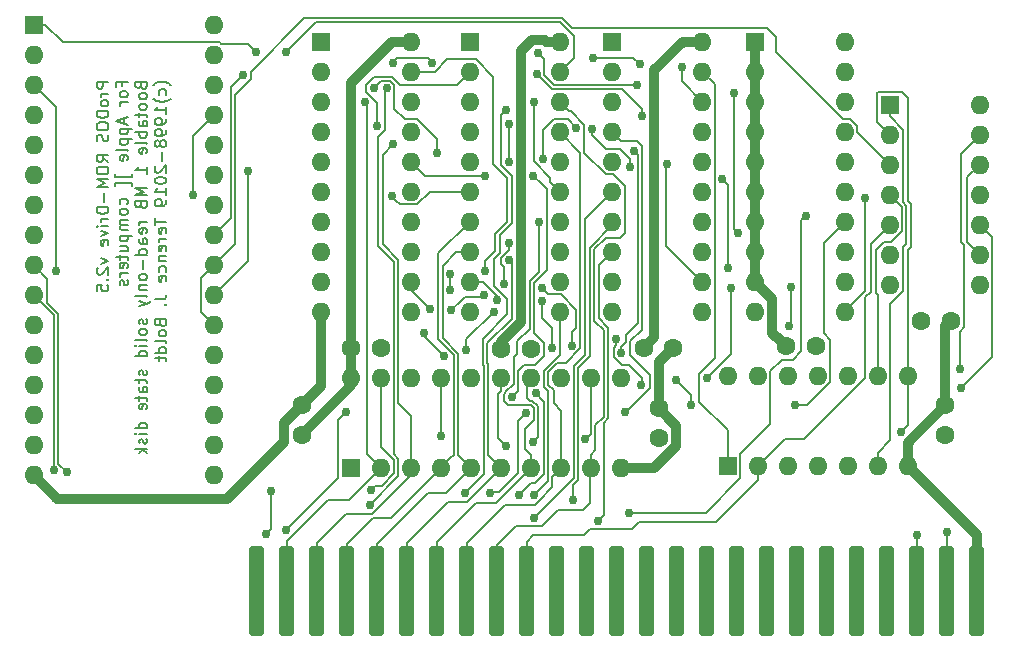
<source format=gbr>
G04 #@! TF.GenerationSoftware,KiCad,Pcbnew,(5.0.1-3-g963ef8bb5)*
G04 #@! TF.CreationDate,2019-04-25T11:14:13-04:00*
G04 #@! TF.ProjectId,ProDOS ROM-Drive 2.5,50726F444F5320524F4D2D4472697665,2.5*
G04 #@! TF.SameCoordinates,Original*
G04 #@! TF.FileFunction,Copper,L2,Bot,Mixed*
G04 #@! TF.FilePolarity,Positive*
%FSLAX46Y46*%
G04 Gerber Fmt 4.6, Leading zero omitted, Abs format (unit mm)*
G04 Created by KiCad (PCBNEW (5.0.1-3-g963ef8bb5)) date Thursday, April 25, 2019 at 11:14:13 am*
%MOMM*%
%LPD*%
G01*
G04 APERTURE LIST*
G04 #@! TA.AperFunction,NonConductor*
%ADD10C,0.149860*%
G04 #@! TD*
G04 #@! TA.AperFunction,ComponentPad*
%ADD11O,1.600000X1.600000*%
G04 #@! TD*
G04 #@! TA.AperFunction,ComponentPad*
%ADD12R,1.600000X1.600000*%
G04 #@! TD*
G04 #@! TA.AperFunction,Conductor*
%ADD13C,0.100000*%
G04 #@! TD*
G04 #@! TA.AperFunction,ConnectorPad*
%ADD14C,1.270000*%
G04 #@! TD*
G04 #@! TA.AperFunction,ComponentPad*
%ADD15C,1.600000*%
G04 #@! TD*
G04 #@! TA.AperFunction,ViaPad*
%ADD16C,0.762000*%
G04 #@! TD*
G04 #@! TA.AperFunction,Conductor*
%ADD17C,0.812800*%
G04 #@! TD*
G04 #@! TA.AperFunction,Conductor*
%ADD18C,0.177800*%
G04 #@! TD*
G04 APERTURE END LIST*
D10*
X43196328Y-29865846D02*
X42205728Y-29865846D01*
X42205728Y-30243217D01*
X42252900Y-30337560D01*
X42300071Y-30384731D01*
X42394414Y-30431903D01*
X42535928Y-30431903D01*
X42630271Y-30384731D01*
X42677442Y-30337560D01*
X42724614Y-30243217D01*
X42724614Y-29865846D01*
X43196328Y-30856446D02*
X42535928Y-30856446D01*
X42724614Y-30856446D02*
X42630271Y-30903617D01*
X42583100Y-30950789D01*
X42535928Y-31045131D01*
X42535928Y-31139474D01*
X43196328Y-31611189D02*
X43149157Y-31516846D01*
X43101985Y-31469674D01*
X43007642Y-31422503D01*
X42724614Y-31422503D01*
X42630271Y-31469674D01*
X42583100Y-31516846D01*
X42535928Y-31611189D01*
X42535928Y-31752703D01*
X42583100Y-31847046D01*
X42630271Y-31894217D01*
X42724614Y-31941389D01*
X43007642Y-31941389D01*
X43101985Y-31894217D01*
X43149157Y-31847046D01*
X43196328Y-31752703D01*
X43196328Y-31611189D01*
X43196328Y-32365931D02*
X42205728Y-32365931D01*
X42205728Y-32601789D01*
X42252900Y-32743303D01*
X42347242Y-32837646D01*
X42441585Y-32884817D01*
X42630271Y-32931989D01*
X42771785Y-32931989D01*
X42960471Y-32884817D01*
X43054814Y-32837646D01*
X43149157Y-32743303D01*
X43196328Y-32601789D01*
X43196328Y-32365931D01*
X42205728Y-33545217D02*
X42205728Y-33733903D01*
X42252900Y-33828246D01*
X42347242Y-33922589D01*
X42535928Y-33969760D01*
X42866128Y-33969760D01*
X43054814Y-33922589D01*
X43149157Y-33828246D01*
X43196328Y-33733903D01*
X43196328Y-33545217D01*
X43149157Y-33450874D01*
X43054814Y-33356531D01*
X42866128Y-33309360D01*
X42535928Y-33309360D01*
X42347242Y-33356531D01*
X42252900Y-33450874D01*
X42205728Y-33545217D01*
X43149157Y-34347131D02*
X43196328Y-34488646D01*
X43196328Y-34724503D01*
X43149157Y-34818846D01*
X43101985Y-34866017D01*
X43007642Y-34913189D01*
X42913300Y-34913189D01*
X42818957Y-34866017D01*
X42771785Y-34818846D01*
X42724614Y-34724503D01*
X42677442Y-34535817D01*
X42630271Y-34441474D01*
X42583100Y-34394303D01*
X42488757Y-34347131D01*
X42394414Y-34347131D01*
X42300071Y-34394303D01*
X42252900Y-34441474D01*
X42205728Y-34535817D01*
X42205728Y-34771674D01*
X42252900Y-34913189D01*
X43196328Y-36658531D02*
X42724614Y-36328331D01*
X43196328Y-36092474D02*
X42205728Y-36092474D01*
X42205728Y-36469846D01*
X42252900Y-36564189D01*
X42300071Y-36611360D01*
X42394414Y-36658531D01*
X42535928Y-36658531D01*
X42630271Y-36611360D01*
X42677442Y-36564189D01*
X42724614Y-36469846D01*
X42724614Y-36092474D01*
X42205728Y-37271760D02*
X42205728Y-37460446D01*
X42252900Y-37554789D01*
X42347242Y-37649131D01*
X42535928Y-37696303D01*
X42866128Y-37696303D01*
X43054814Y-37649131D01*
X43149157Y-37554789D01*
X43196328Y-37460446D01*
X43196328Y-37271760D01*
X43149157Y-37177417D01*
X43054814Y-37083074D01*
X42866128Y-37035903D01*
X42535928Y-37035903D01*
X42347242Y-37083074D01*
X42252900Y-37177417D01*
X42205728Y-37271760D01*
X43196328Y-38120846D02*
X42205728Y-38120846D01*
X42913300Y-38451046D01*
X42205728Y-38781246D01*
X43196328Y-38781246D01*
X42818957Y-39252960D02*
X42818957Y-40007703D01*
X43196328Y-40479417D02*
X42205728Y-40479417D01*
X42205728Y-40715274D01*
X42252900Y-40856789D01*
X42347242Y-40951131D01*
X42441585Y-40998303D01*
X42630271Y-41045474D01*
X42771785Y-41045474D01*
X42960471Y-40998303D01*
X43054814Y-40951131D01*
X43149157Y-40856789D01*
X43196328Y-40715274D01*
X43196328Y-40479417D01*
X43196328Y-41470017D02*
X42535928Y-41470017D01*
X42724614Y-41470017D02*
X42630271Y-41517189D01*
X42583100Y-41564360D01*
X42535928Y-41658703D01*
X42535928Y-41753046D01*
X43196328Y-42083246D02*
X42535928Y-42083246D01*
X42205728Y-42083246D02*
X42252900Y-42036074D01*
X42300071Y-42083246D01*
X42252900Y-42130417D01*
X42205728Y-42083246D01*
X42300071Y-42083246D01*
X42535928Y-42460617D02*
X43196328Y-42696474D01*
X42535928Y-42932331D01*
X43149157Y-43687074D02*
X43196328Y-43592731D01*
X43196328Y-43404046D01*
X43149157Y-43309703D01*
X43054814Y-43262531D01*
X42677442Y-43262531D01*
X42583100Y-43309703D01*
X42535928Y-43404046D01*
X42535928Y-43592731D01*
X42583100Y-43687074D01*
X42677442Y-43734246D01*
X42771785Y-43734246D01*
X42866128Y-43262531D01*
X42535928Y-44819189D02*
X43196328Y-45055046D01*
X42535928Y-45290903D01*
X42300071Y-45621103D02*
X42252900Y-45668274D01*
X42205728Y-45762617D01*
X42205728Y-45998474D01*
X42252900Y-46092817D01*
X42300071Y-46139989D01*
X42394414Y-46187160D01*
X42488757Y-46187160D01*
X42630271Y-46139989D01*
X43196328Y-45573931D01*
X43196328Y-46187160D01*
X43101985Y-46611703D02*
X43149157Y-46658874D01*
X43196328Y-46611703D01*
X43149157Y-46564531D01*
X43101985Y-46611703D01*
X43196328Y-46611703D01*
X42205728Y-47555131D02*
X42205728Y-47083417D01*
X42677442Y-47036246D01*
X42630271Y-47083417D01*
X42583100Y-47177760D01*
X42583100Y-47413617D01*
X42630271Y-47507960D01*
X42677442Y-47555131D01*
X42771785Y-47602303D01*
X43007642Y-47602303D01*
X43101985Y-47555131D01*
X43149157Y-47507960D01*
X43196328Y-47413617D01*
X43196328Y-47177760D01*
X43149157Y-47083417D01*
X43101985Y-47036246D01*
X44313202Y-30196046D02*
X44313202Y-29865846D01*
X44832088Y-29865846D02*
X43841488Y-29865846D01*
X43841488Y-30337560D01*
X44832088Y-30856446D02*
X44784917Y-30762103D01*
X44737745Y-30714931D01*
X44643402Y-30667760D01*
X44360374Y-30667760D01*
X44266031Y-30714931D01*
X44218860Y-30762103D01*
X44171688Y-30856446D01*
X44171688Y-30997960D01*
X44218860Y-31092303D01*
X44266031Y-31139474D01*
X44360374Y-31186646D01*
X44643402Y-31186646D01*
X44737745Y-31139474D01*
X44784917Y-31092303D01*
X44832088Y-30997960D01*
X44832088Y-30856446D01*
X44832088Y-31611189D02*
X44171688Y-31611189D01*
X44360374Y-31611189D02*
X44266031Y-31658360D01*
X44218860Y-31705531D01*
X44171688Y-31799874D01*
X44171688Y-31894217D01*
X44549060Y-32931989D02*
X44549060Y-33403703D01*
X44832088Y-32837646D02*
X43841488Y-33167846D01*
X44832088Y-33498046D01*
X44171688Y-33828246D02*
X45162288Y-33828246D01*
X44218860Y-33828246D02*
X44171688Y-33922589D01*
X44171688Y-34111274D01*
X44218860Y-34205617D01*
X44266031Y-34252789D01*
X44360374Y-34299960D01*
X44643402Y-34299960D01*
X44737745Y-34252789D01*
X44784917Y-34205617D01*
X44832088Y-34111274D01*
X44832088Y-33922589D01*
X44784917Y-33828246D01*
X44171688Y-34724503D02*
X45162288Y-34724503D01*
X44218860Y-34724503D02*
X44171688Y-34818846D01*
X44171688Y-35007531D01*
X44218860Y-35101874D01*
X44266031Y-35149046D01*
X44360374Y-35196217D01*
X44643402Y-35196217D01*
X44737745Y-35149046D01*
X44784917Y-35101874D01*
X44832088Y-35007531D01*
X44832088Y-34818846D01*
X44784917Y-34724503D01*
X44832088Y-35762274D02*
X44784917Y-35667931D01*
X44690574Y-35620760D01*
X43841488Y-35620760D01*
X44784917Y-36517017D02*
X44832088Y-36422674D01*
X44832088Y-36233988D01*
X44784917Y-36139646D01*
X44690574Y-36092474D01*
X44313202Y-36092474D01*
X44218860Y-36139646D01*
X44171688Y-36233988D01*
X44171688Y-36422674D01*
X44218860Y-36517017D01*
X44313202Y-36564188D01*
X44407545Y-36564188D01*
X44501888Y-36092474D01*
X45162288Y-37649131D02*
X45162288Y-37884988D01*
X43747145Y-37884988D01*
X43747145Y-37649131D01*
X45162288Y-38686903D02*
X45162288Y-38451046D01*
X43747145Y-38451046D01*
X43747145Y-38686903D01*
X44784917Y-40243560D02*
X44832088Y-40149217D01*
X44832088Y-39960531D01*
X44784917Y-39866188D01*
X44737745Y-39819017D01*
X44643402Y-39771846D01*
X44360374Y-39771846D01*
X44266031Y-39819017D01*
X44218860Y-39866188D01*
X44171688Y-39960531D01*
X44171688Y-40149217D01*
X44218860Y-40243560D01*
X44832088Y-40809617D02*
X44784917Y-40715274D01*
X44737745Y-40668103D01*
X44643402Y-40620931D01*
X44360374Y-40620931D01*
X44266031Y-40668103D01*
X44218860Y-40715274D01*
X44171688Y-40809617D01*
X44171688Y-40951131D01*
X44218860Y-41045474D01*
X44266031Y-41092646D01*
X44360374Y-41139817D01*
X44643402Y-41139817D01*
X44737745Y-41092646D01*
X44784917Y-41045474D01*
X44832088Y-40951131D01*
X44832088Y-40809617D01*
X44832088Y-41564360D02*
X44171688Y-41564360D01*
X44266031Y-41564360D02*
X44218860Y-41611531D01*
X44171688Y-41705874D01*
X44171688Y-41847388D01*
X44218860Y-41941731D01*
X44313202Y-41988903D01*
X44832088Y-41988903D01*
X44313202Y-41988903D02*
X44218860Y-42036074D01*
X44171688Y-42130417D01*
X44171688Y-42271931D01*
X44218860Y-42366274D01*
X44313202Y-42413446D01*
X44832088Y-42413446D01*
X44171688Y-42885160D02*
X45162288Y-42885160D01*
X44218860Y-42885160D02*
X44171688Y-42979503D01*
X44171688Y-43168188D01*
X44218860Y-43262531D01*
X44266031Y-43309703D01*
X44360374Y-43356874D01*
X44643402Y-43356874D01*
X44737745Y-43309703D01*
X44784917Y-43262531D01*
X44832088Y-43168188D01*
X44832088Y-42979503D01*
X44784917Y-42885160D01*
X44171688Y-44205960D02*
X44832088Y-44205960D01*
X44171688Y-43781417D02*
X44690574Y-43781417D01*
X44784917Y-43828588D01*
X44832088Y-43922931D01*
X44832088Y-44064446D01*
X44784917Y-44158788D01*
X44737745Y-44205960D01*
X44171688Y-44536160D02*
X44171688Y-44913531D01*
X43841488Y-44677674D02*
X44690574Y-44677674D01*
X44784917Y-44724846D01*
X44832088Y-44819188D01*
X44832088Y-44913531D01*
X44784917Y-45621103D02*
X44832088Y-45526760D01*
X44832088Y-45338074D01*
X44784917Y-45243731D01*
X44690574Y-45196560D01*
X44313202Y-45196560D01*
X44218860Y-45243731D01*
X44171688Y-45338074D01*
X44171688Y-45526760D01*
X44218860Y-45621103D01*
X44313202Y-45668274D01*
X44407545Y-45668274D01*
X44501888Y-45196560D01*
X44832088Y-46092817D02*
X44171688Y-46092817D01*
X44360374Y-46092817D02*
X44266031Y-46139988D01*
X44218860Y-46187160D01*
X44171688Y-46281503D01*
X44171688Y-46375846D01*
X44784917Y-46658874D02*
X44832088Y-46753217D01*
X44832088Y-46941903D01*
X44784917Y-47036246D01*
X44690574Y-47083417D01*
X44643402Y-47083417D01*
X44549060Y-47036246D01*
X44501888Y-46941903D01*
X44501888Y-46800388D01*
X44454717Y-46706046D01*
X44360374Y-46658874D01*
X44313202Y-46658874D01*
X44218860Y-46706046D01*
X44171688Y-46800388D01*
X44171688Y-46941903D01*
X44218860Y-47036246D01*
X45948962Y-30196046D02*
X45996134Y-30337560D01*
X46043305Y-30384731D01*
X46137648Y-30431903D01*
X46279162Y-30431903D01*
X46373505Y-30384731D01*
X46420677Y-30337560D01*
X46467848Y-30243217D01*
X46467848Y-29865846D01*
X45477248Y-29865846D01*
X45477248Y-30196046D01*
X45524420Y-30290389D01*
X45571591Y-30337560D01*
X45665934Y-30384731D01*
X45760277Y-30384731D01*
X45854620Y-30337560D01*
X45901791Y-30290389D01*
X45948962Y-30196046D01*
X45948962Y-29865846D01*
X46467848Y-30997960D02*
X46420677Y-30903617D01*
X46373505Y-30856446D01*
X46279162Y-30809274D01*
X45996134Y-30809274D01*
X45901791Y-30856446D01*
X45854620Y-30903617D01*
X45807448Y-30997960D01*
X45807448Y-31139474D01*
X45854620Y-31233817D01*
X45901791Y-31280989D01*
X45996134Y-31328160D01*
X46279162Y-31328160D01*
X46373505Y-31280989D01*
X46420677Y-31233817D01*
X46467848Y-31139474D01*
X46467848Y-30997960D01*
X46467848Y-31894217D02*
X46420677Y-31799874D01*
X46373505Y-31752703D01*
X46279162Y-31705531D01*
X45996134Y-31705531D01*
X45901791Y-31752703D01*
X45854620Y-31799874D01*
X45807448Y-31894217D01*
X45807448Y-32035731D01*
X45854620Y-32130074D01*
X45901791Y-32177246D01*
X45996134Y-32224417D01*
X46279162Y-32224417D01*
X46373505Y-32177246D01*
X46420677Y-32130074D01*
X46467848Y-32035731D01*
X46467848Y-31894217D01*
X45807448Y-32507446D02*
X45807448Y-32884817D01*
X45477248Y-32648960D02*
X46326334Y-32648960D01*
X46420677Y-32696131D01*
X46467848Y-32790474D01*
X46467848Y-32884817D01*
X46467848Y-33639560D02*
X45948962Y-33639560D01*
X45854620Y-33592389D01*
X45807448Y-33498046D01*
X45807448Y-33309360D01*
X45854620Y-33215017D01*
X46420677Y-33639560D02*
X46467848Y-33545217D01*
X46467848Y-33309360D01*
X46420677Y-33215017D01*
X46326334Y-33167846D01*
X46231991Y-33167846D01*
X46137648Y-33215017D01*
X46090477Y-33309360D01*
X46090477Y-33545217D01*
X46043305Y-33639560D01*
X46467848Y-34111274D02*
X45477248Y-34111274D01*
X45854620Y-34111274D02*
X45807448Y-34205617D01*
X45807448Y-34394303D01*
X45854620Y-34488646D01*
X45901791Y-34535817D01*
X45996134Y-34582989D01*
X46279162Y-34582989D01*
X46373505Y-34535817D01*
X46420677Y-34488646D01*
X46467848Y-34394303D01*
X46467848Y-34205617D01*
X46420677Y-34111274D01*
X46467848Y-35149046D02*
X46420677Y-35054703D01*
X46326334Y-35007531D01*
X45477248Y-35007531D01*
X46420677Y-35903788D02*
X46467848Y-35809446D01*
X46467848Y-35620760D01*
X46420677Y-35526417D01*
X46326334Y-35479246D01*
X45948962Y-35479246D01*
X45854620Y-35526417D01*
X45807448Y-35620760D01*
X45807448Y-35809446D01*
X45854620Y-35903788D01*
X45948962Y-35950960D01*
X46043305Y-35950960D01*
X46137648Y-35479246D01*
X46467848Y-37649131D02*
X46467848Y-37083074D01*
X46467848Y-37366103D02*
X45477248Y-37366103D01*
X45618762Y-37271760D01*
X45713105Y-37177417D01*
X45760277Y-37083074D01*
X46467848Y-38828417D02*
X45477248Y-38828417D01*
X46184820Y-39158617D01*
X45477248Y-39488817D01*
X46467848Y-39488817D01*
X45948962Y-40290731D02*
X45996134Y-40432246D01*
X46043305Y-40479417D01*
X46137648Y-40526589D01*
X46279162Y-40526589D01*
X46373505Y-40479417D01*
X46420677Y-40432246D01*
X46467848Y-40337903D01*
X46467848Y-39960531D01*
X45477248Y-39960531D01*
X45477248Y-40290731D01*
X45524420Y-40385074D01*
X45571591Y-40432246D01*
X45665934Y-40479417D01*
X45760277Y-40479417D01*
X45854620Y-40432246D01*
X45901791Y-40385074D01*
X45948962Y-40290731D01*
X45948962Y-39960531D01*
X46467848Y-41705874D02*
X45807448Y-41705874D01*
X45996134Y-41705874D02*
X45901791Y-41753046D01*
X45854620Y-41800217D01*
X45807448Y-41894560D01*
X45807448Y-41988903D01*
X46420677Y-42696474D02*
X46467848Y-42602131D01*
X46467848Y-42413446D01*
X46420677Y-42319103D01*
X46326334Y-42271931D01*
X45948962Y-42271931D01*
X45854620Y-42319103D01*
X45807448Y-42413446D01*
X45807448Y-42602131D01*
X45854620Y-42696474D01*
X45948962Y-42743646D01*
X46043305Y-42743646D01*
X46137648Y-42271931D01*
X46467848Y-43592731D02*
X45948962Y-43592731D01*
X45854620Y-43545560D01*
X45807448Y-43451217D01*
X45807448Y-43262531D01*
X45854620Y-43168188D01*
X46420677Y-43592731D02*
X46467848Y-43498388D01*
X46467848Y-43262531D01*
X46420677Y-43168188D01*
X46326334Y-43121017D01*
X46231991Y-43121017D01*
X46137648Y-43168188D01*
X46090477Y-43262531D01*
X46090477Y-43498388D01*
X46043305Y-43592731D01*
X46467848Y-44488988D02*
X45477248Y-44488988D01*
X46420677Y-44488988D02*
X46467848Y-44394646D01*
X46467848Y-44205960D01*
X46420677Y-44111617D01*
X46373505Y-44064446D01*
X46279162Y-44017274D01*
X45996134Y-44017274D01*
X45901791Y-44064446D01*
X45854620Y-44111617D01*
X45807448Y-44205960D01*
X45807448Y-44394646D01*
X45854620Y-44488988D01*
X46090477Y-44960703D02*
X46090477Y-45715446D01*
X46467848Y-46328674D02*
X46420677Y-46234331D01*
X46373505Y-46187160D01*
X46279162Y-46139988D01*
X45996134Y-46139988D01*
X45901791Y-46187160D01*
X45854620Y-46234331D01*
X45807448Y-46328674D01*
X45807448Y-46470188D01*
X45854620Y-46564531D01*
X45901791Y-46611703D01*
X45996134Y-46658874D01*
X46279162Y-46658874D01*
X46373505Y-46611703D01*
X46420677Y-46564531D01*
X46467848Y-46470188D01*
X46467848Y-46328674D01*
X45807448Y-47083417D02*
X46467848Y-47083417D01*
X45901791Y-47083417D02*
X45854620Y-47130588D01*
X45807448Y-47224931D01*
X45807448Y-47366446D01*
X45854620Y-47460788D01*
X45948962Y-47507960D01*
X46467848Y-47507960D01*
X46467848Y-48121188D02*
X46420677Y-48026846D01*
X46326334Y-47979674D01*
X45477248Y-47979674D01*
X45807448Y-48404217D02*
X46467848Y-48640074D01*
X45807448Y-48875931D02*
X46467848Y-48640074D01*
X46703705Y-48545731D01*
X46750877Y-48498560D01*
X46798048Y-48404217D01*
X46420677Y-49960874D02*
X46467848Y-50055217D01*
X46467848Y-50243903D01*
X46420677Y-50338246D01*
X46326334Y-50385417D01*
X46279162Y-50385417D01*
X46184820Y-50338246D01*
X46137648Y-50243903D01*
X46137648Y-50102388D01*
X46090477Y-50008046D01*
X45996134Y-49960874D01*
X45948962Y-49960874D01*
X45854620Y-50008046D01*
X45807448Y-50102388D01*
X45807448Y-50243903D01*
X45854620Y-50338246D01*
X46467848Y-50951474D02*
X46420677Y-50857131D01*
X46373505Y-50809960D01*
X46279162Y-50762788D01*
X45996134Y-50762788D01*
X45901791Y-50809960D01*
X45854620Y-50857131D01*
X45807448Y-50951474D01*
X45807448Y-51092988D01*
X45854620Y-51187331D01*
X45901791Y-51234503D01*
X45996134Y-51281674D01*
X46279162Y-51281674D01*
X46373505Y-51234503D01*
X46420677Y-51187331D01*
X46467848Y-51092988D01*
X46467848Y-50951474D01*
X46467848Y-51847731D02*
X46420677Y-51753388D01*
X46326334Y-51706217D01*
X45477248Y-51706217D01*
X46467848Y-52225103D02*
X45807448Y-52225103D01*
X45477248Y-52225103D02*
X45524420Y-52177931D01*
X45571591Y-52225103D01*
X45524420Y-52272274D01*
X45477248Y-52225103D01*
X45571591Y-52225103D01*
X46467848Y-53121360D02*
X45477248Y-53121360D01*
X46420677Y-53121360D02*
X46467848Y-53027017D01*
X46467848Y-52838331D01*
X46420677Y-52743988D01*
X46373505Y-52696817D01*
X46279162Y-52649646D01*
X45996134Y-52649646D01*
X45901791Y-52696817D01*
X45854620Y-52743988D01*
X45807448Y-52838331D01*
X45807448Y-53027017D01*
X45854620Y-53121360D01*
X46420677Y-54300646D02*
X46467848Y-54394988D01*
X46467848Y-54583674D01*
X46420677Y-54678017D01*
X46326334Y-54725188D01*
X46279162Y-54725188D01*
X46184820Y-54678017D01*
X46137648Y-54583674D01*
X46137648Y-54442160D01*
X46090477Y-54347817D01*
X45996134Y-54300646D01*
X45948962Y-54300646D01*
X45854620Y-54347817D01*
X45807448Y-54442160D01*
X45807448Y-54583674D01*
X45854620Y-54678017D01*
X45807448Y-55008217D02*
X45807448Y-55385588D01*
X45477248Y-55149731D02*
X46326334Y-55149731D01*
X46420677Y-55196903D01*
X46467848Y-55291246D01*
X46467848Y-55385588D01*
X46467848Y-56140331D02*
X45948962Y-56140331D01*
X45854620Y-56093160D01*
X45807448Y-55998817D01*
X45807448Y-55810131D01*
X45854620Y-55715788D01*
X46420677Y-56140331D02*
X46467848Y-56045988D01*
X46467848Y-55810131D01*
X46420677Y-55715788D01*
X46326334Y-55668617D01*
X46231991Y-55668617D01*
X46137648Y-55715788D01*
X46090477Y-55810131D01*
X46090477Y-56045988D01*
X46043305Y-56140331D01*
X45807448Y-56470531D02*
X45807448Y-56847903D01*
X45477248Y-56612046D02*
X46326334Y-56612046D01*
X46420677Y-56659217D01*
X46467848Y-56753560D01*
X46467848Y-56847903D01*
X46420677Y-57555474D02*
X46467848Y-57461131D01*
X46467848Y-57272446D01*
X46420677Y-57178103D01*
X46326334Y-57130931D01*
X45948962Y-57130931D01*
X45854620Y-57178103D01*
X45807448Y-57272446D01*
X45807448Y-57461131D01*
X45854620Y-57555474D01*
X45948962Y-57602646D01*
X46043305Y-57602646D01*
X46137648Y-57130931D01*
X46467848Y-59206474D02*
X45477248Y-59206474D01*
X46420677Y-59206474D02*
X46467848Y-59112131D01*
X46467848Y-58923446D01*
X46420677Y-58829103D01*
X46373505Y-58781931D01*
X46279162Y-58734760D01*
X45996134Y-58734760D01*
X45901791Y-58781931D01*
X45854620Y-58829103D01*
X45807448Y-58923446D01*
X45807448Y-59112131D01*
X45854620Y-59206474D01*
X46467848Y-59678188D02*
X45807448Y-59678188D01*
X45477248Y-59678188D02*
X45524420Y-59631017D01*
X45571591Y-59678188D01*
X45524420Y-59725360D01*
X45477248Y-59678188D01*
X45571591Y-59678188D01*
X46420677Y-60102731D02*
X46467848Y-60197074D01*
X46467848Y-60385760D01*
X46420677Y-60480103D01*
X46326334Y-60527274D01*
X46279162Y-60527274D01*
X46184820Y-60480103D01*
X46137648Y-60385760D01*
X46137648Y-60244246D01*
X46090477Y-60149903D01*
X45996134Y-60102731D01*
X45948962Y-60102731D01*
X45854620Y-60149903D01*
X45807448Y-60244246D01*
X45807448Y-60385760D01*
X45854620Y-60480103D01*
X46467848Y-60951817D02*
X45477248Y-60951817D01*
X46090477Y-61046160D02*
X46467848Y-61329188D01*
X45807448Y-61329188D02*
X46184820Y-60951817D01*
X48480980Y-30148874D02*
X48433808Y-30101703D01*
X48292294Y-30007360D01*
X48197951Y-29960189D01*
X48056437Y-29913017D01*
X47820580Y-29865846D01*
X47631894Y-29865846D01*
X47396037Y-29913017D01*
X47254522Y-29960189D01*
X47160180Y-30007360D01*
X47018665Y-30101703D01*
X46971494Y-30148874D01*
X48056437Y-30950789D02*
X48103608Y-30856446D01*
X48103608Y-30667760D01*
X48056437Y-30573417D01*
X48009265Y-30526246D01*
X47914922Y-30479074D01*
X47631894Y-30479074D01*
X47537551Y-30526246D01*
X47490380Y-30573417D01*
X47443208Y-30667760D01*
X47443208Y-30856446D01*
X47490380Y-30950789D01*
X48480980Y-31280989D02*
X48433808Y-31328160D01*
X48292294Y-31422503D01*
X48197951Y-31469674D01*
X48056437Y-31516846D01*
X47820580Y-31564017D01*
X47631894Y-31564017D01*
X47396037Y-31516846D01*
X47254522Y-31469674D01*
X47160180Y-31422503D01*
X47018665Y-31328160D01*
X46971494Y-31280989D01*
X48103608Y-32554617D02*
X48103608Y-31988560D01*
X48103608Y-32271589D02*
X47113008Y-32271589D01*
X47254522Y-32177246D01*
X47348865Y-32082903D01*
X47396037Y-31988560D01*
X48103608Y-33026331D02*
X48103608Y-33215017D01*
X48056437Y-33309360D01*
X48009265Y-33356531D01*
X47867751Y-33450874D01*
X47679065Y-33498046D01*
X47301694Y-33498046D01*
X47207351Y-33450874D01*
X47160180Y-33403703D01*
X47113008Y-33309360D01*
X47113008Y-33120674D01*
X47160180Y-33026331D01*
X47207351Y-32979160D01*
X47301694Y-32931989D01*
X47537551Y-32931989D01*
X47631894Y-32979160D01*
X47679065Y-33026331D01*
X47726237Y-33120674D01*
X47726237Y-33309360D01*
X47679065Y-33403703D01*
X47631894Y-33450874D01*
X47537551Y-33498046D01*
X48103608Y-33969760D02*
X48103608Y-34158446D01*
X48056437Y-34252789D01*
X48009265Y-34299960D01*
X47867751Y-34394303D01*
X47679065Y-34441474D01*
X47301694Y-34441474D01*
X47207351Y-34394303D01*
X47160180Y-34347131D01*
X47113008Y-34252789D01*
X47113008Y-34064103D01*
X47160180Y-33969760D01*
X47207351Y-33922589D01*
X47301694Y-33875417D01*
X47537551Y-33875417D01*
X47631894Y-33922589D01*
X47679065Y-33969760D01*
X47726237Y-34064103D01*
X47726237Y-34252789D01*
X47679065Y-34347131D01*
X47631894Y-34394303D01*
X47537551Y-34441474D01*
X47537551Y-35007531D02*
X47490380Y-34913189D01*
X47443208Y-34866017D01*
X47348865Y-34818846D01*
X47301694Y-34818846D01*
X47207351Y-34866017D01*
X47160180Y-34913189D01*
X47113008Y-35007531D01*
X47113008Y-35196217D01*
X47160180Y-35290560D01*
X47207351Y-35337731D01*
X47301694Y-35384903D01*
X47348865Y-35384903D01*
X47443208Y-35337731D01*
X47490380Y-35290560D01*
X47537551Y-35196217D01*
X47537551Y-35007531D01*
X47584722Y-34913189D01*
X47631894Y-34866017D01*
X47726237Y-34818846D01*
X47914922Y-34818846D01*
X48009265Y-34866017D01*
X48056437Y-34913189D01*
X48103608Y-35007531D01*
X48103608Y-35196217D01*
X48056437Y-35290560D01*
X48009265Y-35337731D01*
X47914922Y-35384903D01*
X47726237Y-35384903D01*
X47631894Y-35337731D01*
X47584722Y-35290560D01*
X47537551Y-35196217D01*
X47726237Y-35809446D02*
X47726237Y-36564189D01*
X47207351Y-36988731D02*
X47160180Y-37035903D01*
X47113008Y-37130246D01*
X47113008Y-37366103D01*
X47160180Y-37460446D01*
X47207351Y-37507617D01*
X47301694Y-37554788D01*
X47396037Y-37554788D01*
X47537551Y-37507617D01*
X48103608Y-36941560D01*
X48103608Y-37554788D01*
X47113008Y-38168017D02*
X47113008Y-38262360D01*
X47160180Y-38356703D01*
X47207351Y-38403874D01*
X47301694Y-38451046D01*
X47490380Y-38498217D01*
X47726237Y-38498217D01*
X47914922Y-38451046D01*
X48009265Y-38403874D01*
X48056437Y-38356703D01*
X48103608Y-38262360D01*
X48103608Y-38168017D01*
X48056437Y-38073674D01*
X48009265Y-38026503D01*
X47914922Y-37979331D01*
X47726237Y-37932160D01*
X47490380Y-37932160D01*
X47301694Y-37979331D01*
X47207351Y-38026503D01*
X47160180Y-38073674D01*
X47113008Y-38168017D01*
X48103608Y-39441646D02*
X48103608Y-38875588D01*
X48103608Y-39158617D02*
X47113008Y-39158617D01*
X47254522Y-39064274D01*
X47348865Y-38969931D01*
X47396037Y-38875588D01*
X48103608Y-39913360D02*
X48103608Y-40102046D01*
X48056437Y-40196388D01*
X48009265Y-40243560D01*
X47867751Y-40337903D01*
X47679065Y-40385074D01*
X47301694Y-40385074D01*
X47207351Y-40337903D01*
X47160180Y-40290731D01*
X47113008Y-40196388D01*
X47113008Y-40007703D01*
X47160180Y-39913360D01*
X47207351Y-39866188D01*
X47301694Y-39819017D01*
X47537551Y-39819017D01*
X47631894Y-39866188D01*
X47679065Y-39913360D01*
X47726237Y-40007703D01*
X47726237Y-40196388D01*
X47679065Y-40290731D01*
X47631894Y-40337903D01*
X47537551Y-40385074D01*
X47113008Y-41422846D02*
X47113008Y-41988903D01*
X48103608Y-41705874D02*
X47113008Y-41705874D01*
X48056437Y-42696474D02*
X48103608Y-42602131D01*
X48103608Y-42413446D01*
X48056437Y-42319103D01*
X47962094Y-42271931D01*
X47584722Y-42271931D01*
X47490380Y-42319103D01*
X47443208Y-42413446D01*
X47443208Y-42602131D01*
X47490380Y-42696474D01*
X47584722Y-42743646D01*
X47679065Y-42743646D01*
X47773408Y-42271931D01*
X48103608Y-43168188D02*
X47443208Y-43168188D01*
X47631894Y-43168188D02*
X47537551Y-43215360D01*
X47490380Y-43262531D01*
X47443208Y-43356874D01*
X47443208Y-43451217D01*
X48056437Y-44158788D02*
X48103608Y-44064446D01*
X48103608Y-43875760D01*
X48056437Y-43781417D01*
X47962094Y-43734246D01*
X47584722Y-43734246D01*
X47490380Y-43781417D01*
X47443208Y-43875760D01*
X47443208Y-44064446D01*
X47490380Y-44158788D01*
X47584722Y-44205960D01*
X47679065Y-44205960D01*
X47773408Y-43734246D01*
X47443208Y-44630503D02*
X48103608Y-44630503D01*
X47537551Y-44630503D02*
X47490380Y-44677674D01*
X47443208Y-44772017D01*
X47443208Y-44913531D01*
X47490380Y-45007874D01*
X47584722Y-45055046D01*
X48103608Y-45055046D01*
X48056437Y-45951303D02*
X48103608Y-45856960D01*
X48103608Y-45668274D01*
X48056437Y-45573931D01*
X48009265Y-45526760D01*
X47914922Y-45479588D01*
X47631894Y-45479588D01*
X47537551Y-45526760D01*
X47490380Y-45573931D01*
X47443208Y-45668274D01*
X47443208Y-45856960D01*
X47490380Y-45951303D01*
X48056437Y-46753217D02*
X48103608Y-46658874D01*
X48103608Y-46470188D01*
X48056437Y-46375846D01*
X47962094Y-46328674D01*
X47584722Y-46328674D01*
X47490380Y-46375846D01*
X47443208Y-46470188D01*
X47443208Y-46658874D01*
X47490380Y-46753217D01*
X47584722Y-46800388D01*
X47679065Y-46800388D01*
X47773408Y-46328674D01*
X47113008Y-48262703D02*
X47820580Y-48262703D01*
X47962094Y-48215531D01*
X48056437Y-48121188D01*
X48103608Y-47979674D01*
X48103608Y-47885331D01*
X48009265Y-48734417D02*
X48056437Y-48781588D01*
X48103608Y-48734417D01*
X48056437Y-48687246D01*
X48009265Y-48734417D01*
X48103608Y-48734417D01*
X47584722Y-50291074D02*
X47631894Y-50432588D01*
X47679065Y-50479760D01*
X47773408Y-50526931D01*
X47914922Y-50526931D01*
X48009265Y-50479760D01*
X48056437Y-50432588D01*
X48103608Y-50338246D01*
X48103608Y-49960874D01*
X47113008Y-49960874D01*
X47113008Y-50291074D01*
X47160180Y-50385417D01*
X47207351Y-50432588D01*
X47301694Y-50479760D01*
X47396037Y-50479760D01*
X47490380Y-50432588D01*
X47537551Y-50385417D01*
X47584722Y-50291074D01*
X47584722Y-49960874D01*
X48103608Y-51092988D02*
X48056437Y-50998646D01*
X48009265Y-50951474D01*
X47914922Y-50904303D01*
X47631894Y-50904303D01*
X47537551Y-50951474D01*
X47490380Y-50998646D01*
X47443208Y-51092988D01*
X47443208Y-51234503D01*
X47490380Y-51328846D01*
X47537551Y-51376017D01*
X47631894Y-51423188D01*
X47914922Y-51423188D01*
X48009265Y-51376017D01*
X48056437Y-51328846D01*
X48103608Y-51234503D01*
X48103608Y-51092988D01*
X48103608Y-51989246D02*
X48056437Y-51894903D01*
X47962094Y-51847731D01*
X47113008Y-51847731D01*
X48103608Y-52791160D02*
X47113008Y-52791160D01*
X48056437Y-52791160D02*
X48103608Y-52696817D01*
X48103608Y-52508131D01*
X48056437Y-52413788D01*
X48009265Y-52366617D01*
X47914922Y-52319446D01*
X47631894Y-52319446D01*
X47537551Y-52366617D01*
X47490380Y-52413788D01*
X47443208Y-52508131D01*
X47443208Y-52696817D01*
X47490380Y-52791160D01*
X47443208Y-53121360D02*
X47443208Y-53498731D01*
X47113008Y-53262874D02*
X47962094Y-53262874D01*
X48056437Y-53310046D01*
X48103608Y-53404388D01*
X48103608Y-53498731D01*
D11*
G04 #@! TO.P,EPROM1,32*
G04 #@! TO.N,+5V*
X52113180Y-25057100D03*
G04 #@! TO.P,EPROM1,16*
G04 #@! TO.N,GND*
X36873180Y-63157100D03*
G04 #@! TO.P,EPROM1,31*
G04 #@! TO.N,Net-(EPROM1-Pad31)*
X52113180Y-27597100D03*
G04 #@! TO.P,EPROM1,15*
G04 #@! TO.N,Net-(DataBuffer1-Pad16)*
X36873180Y-60617100D03*
G04 #@! TO.P,EPROM1,30*
G04 #@! TO.N,Net-(EPROM1-Pad30)*
X52113180Y-30137100D03*
G04 #@! TO.P,EPROM1,14*
G04 #@! TO.N,Net-(DataBuffer1-Pad17)*
X36873180Y-58077100D03*
G04 #@! TO.P,EPROM1,29*
G04 #@! TO.N,Net-(EPROM1-Pad29)*
X52113180Y-32677100D03*
G04 #@! TO.P,EPROM1,13*
G04 #@! TO.N,Net-(DataBuffer1-Pad18)*
X36873180Y-55537100D03*
G04 #@! TO.P,EPROM1,28*
G04 #@! TO.N,Net-(EPROM1-Pad28)*
X52113180Y-35217100D03*
G04 #@! TO.P,EPROM1,12*
G04 #@! TO.N,Net-(EPROM1-Pad12)*
X36873180Y-52997100D03*
G04 #@! TO.P,EPROM1,27*
G04 #@! TO.N,Net-(EPROM1-Pad27)*
X52113180Y-37757100D03*
G04 #@! TO.P,EPROM1,11*
G04 #@! TO.N,Net-(EPROM1-Pad11)*
X36873180Y-50457100D03*
G04 #@! TO.P,EPROM1,26*
G04 #@! TO.N,Net-(EPROM1-Pad26)*
X52113180Y-40297100D03*
G04 #@! TO.P,EPROM1,10*
G04 #@! TO.N,Net-(EPROM1-Pad10)*
X36873180Y-47917100D03*
G04 #@! TO.P,EPROM1,25*
G04 #@! TO.N,Net-(EPROM1-Pad25)*
X52113180Y-42837100D03*
G04 #@! TO.P,EPROM1,9*
G04 #@! TO.N,Net-(EPROM1-Pad9)*
X36873180Y-45377100D03*
G04 #@! TO.P,EPROM1,24*
G04 #@! TO.N,Net-(EPROM1-Pad22)*
X52113180Y-45377100D03*
G04 #@! TO.P,EPROM1,8*
G04 #@! TO.N,Net-(EPROM1-Pad8)*
X36873180Y-42837100D03*
G04 #@! TO.P,EPROM1,23*
G04 #@! TO.N,Net-(EPROM1-Pad23)*
X52113180Y-47917100D03*
G04 #@! TO.P,EPROM1,7*
G04 #@! TO.N,Net-(EPROM1-Pad7)*
X36873180Y-40297100D03*
G04 #@! TO.P,EPROM1,22*
G04 #@! TO.N,Net-(EPROM1-Pad22)*
X52113180Y-50457100D03*
G04 #@! TO.P,EPROM1,6*
G04 #@! TO.N,Net-(EPROM1-Pad6)*
X36873180Y-37757100D03*
G04 #@! TO.P,EPROM1,21*
G04 #@! TO.N,Net-(DataBuffer1-Pad11)*
X52113180Y-52997100D03*
G04 #@! TO.P,EPROM1,5*
G04 #@! TO.N,Net-(EPROM1-Pad5)*
X36873180Y-35217100D03*
G04 #@! TO.P,EPROM1,20*
G04 #@! TO.N,Net-(DataBuffer1-Pad12)*
X52113180Y-55537100D03*
G04 #@! TO.P,EPROM1,4*
G04 #@! TO.N,Net-(EPROM1-Pad4)*
X36873180Y-32677100D03*
G04 #@! TO.P,EPROM1,19*
G04 #@! TO.N,Net-(DataBuffer1-Pad13)*
X52113180Y-58077100D03*
G04 #@! TO.P,EPROM1,3*
G04 #@! TO.N,Net-(EPROM1-Pad3)*
X36873180Y-30137100D03*
G04 #@! TO.P,EPROM1,18*
G04 #@! TO.N,Net-(DataBuffer1-Pad14)*
X52113180Y-60617100D03*
G04 #@! TO.P,EPROM1,2*
G04 #@! TO.N,Net-(EPROM1-Pad2)*
X36873180Y-27597100D03*
G04 #@! TO.P,EPROM1,17*
G04 #@! TO.N,Net-(DataBuffer1-Pad15)*
X52113180Y-63157100D03*
D12*
G04 #@! TO.P,EPROM1,1*
G04 #@! TO.N,Net-(EPROM1-Pad1)*
X36873180Y-25057100D03*
G04 #@! TD*
D13*
G04 #@! TO.N,GND*
G04 #@! TO.C,J1*
G36*
X117051460Y-69158109D02*
X117082281Y-69162681D01*
X117112505Y-69170251D01*
X117141842Y-69180748D01*
X117170008Y-69194070D01*
X117196734Y-69210088D01*
X117221760Y-69228649D01*
X117244846Y-69249574D01*
X117265771Y-69272660D01*
X117284332Y-69297686D01*
X117300350Y-69324412D01*
X117313672Y-69352578D01*
X117324169Y-69381915D01*
X117331739Y-69412139D01*
X117336311Y-69442960D01*
X117337840Y-69474080D01*
X117337840Y-76459080D01*
X117336311Y-76490200D01*
X117331739Y-76521021D01*
X117324169Y-76551245D01*
X117313672Y-76580582D01*
X117300350Y-76608748D01*
X117284332Y-76635474D01*
X117265771Y-76660500D01*
X117244846Y-76683586D01*
X117221760Y-76704511D01*
X117196734Y-76723072D01*
X117170008Y-76739090D01*
X117141842Y-76752412D01*
X117112505Y-76762909D01*
X117082281Y-76770479D01*
X117051460Y-76775051D01*
X117020340Y-76776580D01*
X116385340Y-76776580D01*
X116354220Y-76775051D01*
X116323399Y-76770479D01*
X116293175Y-76762909D01*
X116263838Y-76752412D01*
X116235672Y-76739090D01*
X116208946Y-76723072D01*
X116183920Y-76704511D01*
X116160834Y-76683586D01*
X116139909Y-76660500D01*
X116121348Y-76635474D01*
X116105330Y-76608748D01*
X116092008Y-76580582D01*
X116081511Y-76551245D01*
X116073941Y-76521021D01*
X116069369Y-76490200D01*
X116067840Y-76459080D01*
X116067840Y-69474080D01*
X116069369Y-69442960D01*
X116073941Y-69412139D01*
X116081511Y-69381915D01*
X116092008Y-69352578D01*
X116105330Y-69324412D01*
X116121348Y-69297686D01*
X116139909Y-69272660D01*
X116160834Y-69249574D01*
X116183920Y-69228649D01*
X116208946Y-69210088D01*
X116235672Y-69194070D01*
X116263838Y-69180748D01*
X116293175Y-69170251D01*
X116323399Y-69162681D01*
X116354220Y-69158109D01*
X116385340Y-69156580D01*
X117020340Y-69156580D01*
X117051460Y-69158109D01*
X117051460Y-69158109D01*
G37*
D14*
G04 #@! TD*
G04 #@! TO.P,J1,26*
G04 #@! TO.N,GND*
X116702840Y-72966580D03*
D13*
G04 #@! TO.N,Net-(J1-Pad24)*
G04 #@! TO.C,J1*
G36*
X114511460Y-69158109D02*
X114542281Y-69162681D01*
X114572505Y-69170251D01*
X114601842Y-69180748D01*
X114630008Y-69194070D01*
X114656734Y-69210088D01*
X114681760Y-69228649D01*
X114704846Y-69249574D01*
X114725771Y-69272660D01*
X114744332Y-69297686D01*
X114760350Y-69324412D01*
X114773672Y-69352578D01*
X114784169Y-69381915D01*
X114791739Y-69412139D01*
X114796311Y-69442960D01*
X114797840Y-69474080D01*
X114797840Y-76459080D01*
X114796311Y-76490200D01*
X114791739Y-76521021D01*
X114784169Y-76551245D01*
X114773672Y-76580582D01*
X114760350Y-76608748D01*
X114744332Y-76635474D01*
X114725771Y-76660500D01*
X114704846Y-76683586D01*
X114681760Y-76704511D01*
X114656734Y-76723072D01*
X114630008Y-76739090D01*
X114601842Y-76752412D01*
X114572505Y-76762909D01*
X114542281Y-76770479D01*
X114511460Y-76775051D01*
X114480340Y-76776580D01*
X113845340Y-76776580D01*
X113814220Y-76775051D01*
X113783399Y-76770479D01*
X113753175Y-76762909D01*
X113723838Y-76752412D01*
X113695672Y-76739090D01*
X113668946Y-76723072D01*
X113643920Y-76704511D01*
X113620834Y-76683586D01*
X113599909Y-76660500D01*
X113581348Y-76635474D01*
X113565330Y-76608748D01*
X113552008Y-76580582D01*
X113541511Y-76551245D01*
X113533941Y-76521021D01*
X113529369Y-76490200D01*
X113527840Y-76459080D01*
X113527840Y-69474080D01*
X113529369Y-69442960D01*
X113533941Y-69412139D01*
X113541511Y-69381915D01*
X113552008Y-69352578D01*
X113565330Y-69324412D01*
X113581348Y-69297686D01*
X113599909Y-69272660D01*
X113620834Y-69249574D01*
X113643920Y-69228649D01*
X113668946Y-69210088D01*
X113695672Y-69194070D01*
X113723838Y-69180748D01*
X113753175Y-69170251D01*
X113783399Y-69162681D01*
X113814220Y-69158109D01*
X113845340Y-69156580D01*
X114480340Y-69156580D01*
X114511460Y-69158109D01*
X114511460Y-69158109D01*
G37*
D14*
G04 #@! TD*
G04 #@! TO.P,J1,27*
G04 #@! TO.N,Net-(J1-Pad24)*
X114162840Y-72966580D03*
D13*
G04 #@! TO.N,Net-(J1-Pad23)*
G04 #@! TO.C,J1*
G36*
X111971460Y-69158109D02*
X112002281Y-69162681D01*
X112032505Y-69170251D01*
X112061842Y-69180748D01*
X112090008Y-69194070D01*
X112116734Y-69210088D01*
X112141760Y-69228649D01*
X112164846Y-69249574D01*
X112185771Y-69272660D01*
X112204332Y-69297686D01*
X112220350Y-69324412D01*
X112233672Y-69352578D01*
X112244169Y-69381915D01*
X112251739Y-69412139D01*
X112256311Y-69442960D01*
X112257840Y-69474080D01*
X112257840Y-76459080D01*
X112256311Y-76490200D01*
X112251739Y-76521021D01*
X112244169Y-76551245D01*
X112233672Y-76580582D01*
X112220350Y-76608748D01*
X112204332Y-76635474D01*
X112185771Y-76660500D01*
X112164846Y-76683586D01*
X112141760Y-76704511D01*
X112116734Y-76723072D01*
X112090008Y-76739090D01*
X112061842Y-76752412D01*
X112032505Y-76762909D01*
X112002281Y-76770479D01*
X111971460Y-76775051D01*
X111940340Y-76776580D01*
X111305340Y-76776580D01*
X111274220Y-76775051D01*
X111243399Y-76770479D01*
X111213175Y-76762909D01*
X111183838Y-76752412D01*
X111155672Y-76739090D01*
X111128946Y-76723072D01*
X111103920Y-76704511D01*
X111080834Y-76683586D01*
X111059909Y-76660500D01*
X111041348Y-76635474D01*
X111025330Y-76608748D01*
X111012008Y-76580582D01*
X111001511Y-76551245D01*
X110993941Y-76521021D01*
X110989369Y-76490200D01*
X110987840Y-76459080D01*
X110987840Y-69474080D01*
X110989369Y-69442960D01*
X110993941Y-69412139D01*
X111001511Y-69381915D01*
X111012008Y-69352578D01*
X111025330Y-69324412D01*
X111041348Y-69297686D01*
X111059909Y-69272660D01*
X111080834Y-69249574D01*
X111103920Y-69228649D01*
X111128946Y-69210088D01*
X111155672Y-69194070D01*
X111183838Y-69180748D01*
X111213175Y-69170251D01*
X111243399Y-69162681D01*
X111274220Y-69158109D01*
X111305340Y-69156580D01*
X111940340Y-69156580D01*
X111971460Y-69158109D01*
X111971460Y-69158109D01*
G37*
D14*
G04 #@! TD*
G04 #@! TO.P,J1,28*
G04 #@! TO.N,Net-(J1-Pad23)*
X111622840Y-72966580D03*
D13*
G04 #@! TO.N,Net-(J1-Pad29)*
G04 #@! TO.C,J1*
G36*
X109431460Y-69158109D02*
X109462281Y-69162681D01*
X109492505Y-69170251D01*
X109521842Y-69180748D01*
X109550008Y-69194070D01*
X109576734Y-69210088D01*
X109601760Y-69228649D01*
X109624846Y-69249574D01*
X109645771Y-69272660D01*
X109664332Y-69297686D01*
X109680350Y-69324412D01*
X109693672Y-69352578D01*
X109704169Y-69381915D01*
X109711739Y-69412139D01*
X109716311Y-69442960D01*
X109717840Y-69474080D01*
X109717840Y-76459080D01*
X109716311Y-76490200D01*
X109711739Y-76521021D01*
X109704169Y-76551245D01*
X109693672Y-76580582D01*
X109680350Y-76608748D01*
X109664332Y-76635474D01*
X109645771Y-76660500D01*
X109624846Y-76683586D01*
X109601760Y-76704511D01*
X109576734Y-76723072D01*
X109550008Y-76739090D01*
X109521842Y-76752412D01*
X109492505Y-76762909D01*
X109462281Y-76770479D01*
X109431460Y-76775051D01*
X109400340Y-76776580D01*
X108765340Y-76776580D01*
X108734220Y-76775051D01*
X108703399Y-76770479D01*
X108673175Y-76762909D01*
X108643838Y-76752412D01*
X108615672Y-76739090D01*
X108588946Y-76723072D01*
X108563920Y-76704511D01*
X108540834Y-76683586D01*
X108519909Y-76660500D01*
X108501348Y-76635474D01*
X108485330Y-76608748D01*
X108472008Y-76580582D01*
X108461511Y-76551245D01*
X108453941Y-76521021D01*
X108449369Y-76490200D01*
X108447840Y-76459080D01*
X108447840Y-69474080D01*
X108449369Y-69442960D01*
X108453941Y-69412139D01*
X108461511Y-69381915D01*
X108472008Y-69352578D01*
X108485330Y-69324412D01*
X108501348Y-69297686D01*
X108519909Y-69272660D01*
X108540834Y-69249574D01*
X108563920Y-69228649D01*
X108588946Y-69210088D01*
X108615672Y-69194070D01*
X108643838Y-69180748D01*
X108673175Y-69170251D01*
X108703399Y-69162681D01*
X108734220Y-69158109D01*
X108765340Y-69156580D01*
X109400340Y-69156580D01*
X109431460Y-69158109D01*
X109431460Y-69158109D01*
G37*
D14*
G04 #@! TD*
G04 #@! TO.P,J1,29*
G04 #@! TO.N,Net-(J1-Pad29)*
X109082840Y-72966580D03*
D13*
G04 #@! TO.N,Net-(J1-Pad30)*
G04 #@! TO.C,J1*
G36*
X106891460Y-69158109D02*
X106922281Y-69162681D01*
X106952505Y-69170251D01*
X106981842Y-69180748D01*
X107010008Y-69194070D01*
X107036734Y-69210088D01*
X107061760Y-69228649D01*
X107084846Y-69249574D01*
X107105771Y-69272660D01*
X107124332Y-69297686D01*
X107140350Y-69324412D01*
X107153672Y-69352578D01*
X107164169Y-69381915D01*
X107171739Y-69412139D01*
X107176311Y-69442960D01*
X107177840Y-69474080D01*
X107177840Y-76459080D01*
X107176311Y-76490200D01*
X107171739Y-76521021D01*
X107164169Y-76551245D01*
X107153672Y-76580582D01*
X107140350Y-76608748D01*
X107124332Y-76635474D01*
X107105771Y-76660500D01*
X107084846Y-76683586D01*
X107061760Y-76704511D01*
X107036734Y-76723072D01*
X107010008Y-76739090D01*
X106981842Y-76752412D01*
X106952505Y-76762909D01*
X106922281Y-76770479D01*
X106891460Y-76775051D01*
X106860340Y-76776580D01*
X106225340Y-76776580D01*
X106194220Y-76775051D01*
X106163399Y-76770479D01*
X106133175Y-76762909D01*
X106103838Y-76752412D01*
X106075672Y-76739090D01*
X106048946Y-76723072D01*
X106023920Y-76704511D01*
X106000834Y-76683586D01*
X105979909Y-76660500D01*
X105961348Y-76635474D01*
X105945330Y-76608748D01*
X105932008Y-76580582D01*
X105921511Y-76551245D01*
X105913941Y-76521021D01*
X105909369Y-76490200D01*
X105907840Y-76459080D01*
X105907840Y-69474080D01*
X105909369Y-69442960D01*
X105913941Y-69412139D01*
X105921511Y-69381915D01*
X105932008Y-69352578D01*
X105945330Y-69324412D01*
X105961348Y-69297686D01*
X105979909Y-69272660D01*
X106000834Y-69249574D01*
X106023920Y-69228649D01*
X106048946Y-69210088D01*
X106075672Y-69194070D01*
X106103838Y-69180748D01*
X106133175Y-69170251D01*
X106163399Y-69162681D01*
X106194220Y-69158109D01*
X106225340Y-69156580D01*
X106860340Y-69156580D01*
X106891460Y-69158109D01*
X106891460Y-69158109D01*
G37*
D14*
G04 #@! TD*
G04 #@! TO.P,J1,30*
G04 #@! TO.N,Net-(J1-Pad30)*
X106542840Y-72966580D03*
D13*
G04 #@! TO.N,Net-(J1-Pad31)*
G04 #@! TO.C,J1*
G36*
X104351460Y-69158109D02*
X104382281Y-69162681D01*
X104412505Y-69170251D01*
X104441842Y-69180748D01*
X104470008Y-69194070D01*
X104496734Y-69210088D01*
X104521760Y-69228649D01*
X104544846Y-69249574D01*
X104565771Y-69272660D01*
X104584332Y-69297686D01*
X104600350Y-69324412D01*
X104613672Y-69352578D01*
X104624169Y-69381915D01*
X104631739Y-69412139D01*
X104636311Y-69442960D01*
X104637840Y-69474080D01*
X104637840Y-76459080D01*
X104636311Y-76490200D01*
X104631739Y-76521021D01*
X104624169Y-76551245D01*
X104613672Y-76580582D01*
X104600350Y-76608748D01*
X104584332Y-76635474D01*
X104565771Y-76660500D01*
X104544846Y-76683586D01*
X104521760Y-76704511D01*
X104496734Y-76723072D01*
X104470008Y-76739090D01*
X104441842Y-76752412D01*
X104412505Y-76762909D01*
X104382281Y-76770479D01*
X104351460Y-76775051D01*
X104320340Y-76776580D01*
X103685340Y-76776580D01*
X103654220Y-76775051D01*
X103623399Y-76770479D01*
X103593175Y-76762909D01*
X103563838Y-76752412D01*
X103535672Y-76739090D01*
X103508946Y-76723072D01*
X103483920Y-76704511D01*
X103460834Y-76683586D01*
X103439909Y-76660500D01*
X103421348Y-76635474D01*
X103405330Y-76608748D01*
X103392008Y-76580582D01*
X103381511Y-76551245D01*
X103373941Y-76521021D01*
X103369369Y-76490200D01*
X103367840Y-76459080D01*
X103367840Y-69474080D01*
X103369369Y-69442960D01*
X103373941Y-69412139D01*
X103381511Y-69381915D01*
X103392008Y-69352578D01*
X103405330Y-69324412D01*
X103421348Y-69297686D01*
X103439909Y-69272660D01*
X103460834Y-69249574D01*
X103483920Y-69228649D01*
X103508946Y-69210088D01*
X103535672Y-69194070D01*
X103563838Y-69180748D01*
X103593175Y-69170251D01*
X103623399Y-69162681D01*
X103654220Y-69158109D01*
X103685340Y-69156580D01*
X104320340Y-69156580D01*
X104351460Y-69158109D01*
X104351460Y-69158109D01*
G37*
D14*
G04 #@! TD*
G04 #@! TO.P,J1,31*
G04 #@! TO.N,Net-(J1-Pad31)*
X104002840Y-72966580D03*
D13*
G04 #@! TO.N,Net-(J1-Pad32)*
G04 #@! TO.C,J1*
G36*
X101811460Y-69158109D02*
X101842281Y-69162681D01*
X101872505Y-69170251D01*
X101901842Y-69180748D01*
X101930008Y-69194070D01*
X101956734Y-69210088D01*
X101981760Y-69228649D01*
X102004846Y-69249574D01*
X102025771Y-69272660D01*
X102044332Y-69297686D01*
X102060350Y-69324412D01*
X102073672Y-69352578D01*
X102084169Y-69381915D01*
X102091739Y-69412139D01*
X102096311Y-69442960D01*
X102097840Y-69474080D01*
X102097840Y-76459080D01*
X102096311Y-76490200D01*
X102091739Y-76521021D01*
X102084169Y-76551245D01*
X102073672Y-76580582D01*
X102060350Y-76608748D01*
X102044332Y-76635474D01*
X102025771Y-76660500D01*
X102004846Y-76683586D01*
X101981760Y-76704511D01*
X101956734Y-76723072D01*
X101930008Y-76739090D01*
X101901842Y-76752412D01*
X101872505Y-76762909D01*
X101842281Y-76770479D01*
X101811460Y-76775051D01*
X101780340Y-76776580D01*
X101145340Y-76776580D01*
X101114220Y-76775051D01*
X101083399Y-76770479D01*
X101053175Y-76762909D01*
X101023838Y-76752412D01*
X100995672Y-76739090D01*
X100968946Y-76723072D01*
X100943920Y-76704511D01*
X100920834Y-76683586D01*
X100899909Y-76660500D01*
X100881348Y-76635474D01*
X100865330Y-76608748D01*
X100852008Y-76580582D01*
X100841511Y-76551245D01*
X100833941Y-76521021D01*
X100829369Y-76490200D01*
X100827840Y-76459080D01*
X100827840Y-69474080D01*
X100829369Y-69442960D01*
X100833941Y-69412139D01*
X100841511Y-69381915D01*
X100852008Y-69352578D01*
X100865330Y-69324412D01*
X100881348Y-69297686D01*
X100899909Y-69272660D01*
X100920834Y-69249574D01*
X100943920Y-69228649D01*
X100968946Y-69210088D01*
X100995672Y-69194070D01*
X101023838Y-69180748D01*
X101053175Y-69170251D01*
X101083399Y-69162681D01*
X101114220Y-69158109D01*
X101145340Y-69156580D01*
X101780340Y-69156580D01*
X101811460Y-69158109D01*
X101811460Y-69158109D01*
G37*
D14*
G04 #@! TD*
G04 #@! TO.P,J1,32*
G04 #@! TO.N,Net-(J1-Pad32)*
X101462840Y-72966580D03*
D13*
G04 #@! TO.N,Net-(J1-Pad33)*
G04 #@! TO.C,J1*
G36*
X99271460Y-69158109D02*
X99302281Y-69162681D01*
X99332505Y-69170251D01*
X99361842Y-69180748D01*
X99390008Y-69194070D01*
X99416734Y-69210088D01*
X99441760Y-69228649D01*
X99464846Y-69249574D01*
X99485771Y-69272660D01*
X99504332Y-69297686D01*
X99520350Y-69324412D01*
X99533672Y-69352578D01*
X99544169Y-69381915D01*
X99551739Y-69412139D01*
X99556311Y-69442960D01*
X99557840Y-69474080D01*
X99557840Y-76459080D01*
X99556311Y-76490200D01*
X99551739Y-76521021D01*
X99544169Y-76551245D01*
X99533672Y-76580582D01*
X99520350Y-76608748D01*
X99504332Y-76635474D01*
X99485771Y-76660500D01*
X99464846Y-76683586D01*
X99441760Y-76704511D01*
X99416734Y-76723072D01*
X99390008Y-76739090D01*
X99361842Y-76752412D01*
X99332505Y-76762909D01*
X99302281Y-76770479D01*
X99271460Y-76775051D01*
X99240340Y-76776580D01*
X98605340Y-76776580D01*
X98574220Y-76775051D01*
X98543399Y-76770479D01*
X98513175Y-76762909D01*
X98483838Y-76752412D01*
X98455672Y-76739090D01*
X98428946Y-76723072D01*
X98403920Y-76704511D01*
X98380834Y-76683586D01*
X98359909Y-76660500D01*
X98341348Y-76635474D01*
X98325330Y-76608748D01*
X98312008Y-76580582D01*
X98301511Y-76551245D01*
X98293941Y-76521021D01*
X98289369Y-76490200D01*
X98287840Y-76459080D01*
X98287840Y-69474080D01*
X98289369Y-69442960D01*
X98293941Y-69412139D01*
X98301511Y-69381915D01*
X98312008Y-69352578D01*
X98325330Y-69324412D01*
X98341348Y-69297686D01*
X98359909Y-69272660D01*
X98380834Y-69249574D01*
X98403920Y-69228649D01*
X98428946Y-69210088D01*
X98455672Y-69194070D01*
X98483838Y-69180748D01*
X98513175Y-69170251D01*
X98543399Y-69162681D01*
X98574220Y-69158109D01*
X98605340Y-69156580D01*
X99240340Y-69156580D01*
X99271460Y-69158109D01*
X99271460Y-69158109D01*
G37*
D14*
G04 #@! TD*
G04 #@! TO.P,J1,33*
G04 #@! TO.N,Net-(J1-Pad33)*
X98922840Y-72966580D03*
D13*
G04 #@! TO.N,Net-(J1-Pad34)*
G04 #@! TO.C,J1*
G36*
X96731460Y-69158109D02*
X96762281Y-69162681D01*
X96792505Y-69170251D01*
X96821842Y-69180748D01*
X96850008Y-69194070D01*
X96876734Y-69210088D01*
X96901760Y-69228649D01*
X96924846Y-69249574D01*
X96945771Y-69272660D01*
X96964332Y-69297686D01*
X96980350Y-69324412D01*
X96993672Y-69352578D01*
X97004169Y-69381915D01*
X97011739Y-69412139D01*
X97016311Y-69442960D01*
X97017840Y-69474080D01*
X97017840Y-76459080D01*
X97016311Y-76490200D01*
X97011739Y-76521021D01*
X97004169Y-76551245D01*
X96993672Y-76580582D01*
X96980350Y-76608748D01*
X96964332Y-76635474D01*
X96945771Y-76660500D01*
X96924846Y-76683586D01*
X96901760Y-76704511D01*
X96876734Y-76723072D01*
X96850008Y-76739090D01*
X96821842Y-76752412D01*
X96792505Y-76762909D01*
X96762281Y-76770479D01*
X96731460Y-76775051D01*
X96700340Y-76776580D01*
X96065340Y-76776580D01*
X96034220Y-76775051D01*
X96003399Y-76770479D01*
X95973175Y-76762909D01*
X95943838Y-76752412D01*
X95915672Y-76739090D01*
X95888946Y-76723072D01*
X95863920Y-76704511D01*
X95840834Y-76683586D01*
X95819909Y-76660500D01*
X95801348Y-76635474D01*
X95785330Y-76608748D01*
X95772008Y-76580582D01*
X95761511Y-76551245D01*
X95753941Y-76521021D01*
X95749369Y-76490200D01*
X95747840Y-76459080D01*
X95747840Y-69474080D01*
X95749369Y-69442960D01*
X95753941Y-69412139D01*
X95761511Y-69381915D01*
X95772008Y-69352578D01*
X95785330Y-69324412D01*
X95801348Y-69297686D01*
X95819909Y-69272660D01*
X95840834Y-69249574D01*
X95863920Y-69228649D01*
X95888946Y-69210088D01*
X95915672Y-69194070D01*
X95943838Y-69180748D01*
X95973175Y-69170251D01*
X96003399Y-69162681D01*
X96034220Y-69158109D01*
X96065340Y-69156580D01*
X96700340Y-69156580D01*
X96731460Y-69158109D01*
X96731460Y-69158109D01*
G37*
D14*
G04 #@! TD*
G04 #@! TO.P,J1,34*
G04 #@! TO.N,Net-(J1-Pad34)*
X96382840Y-72966580D03*
D13*
G04 #@! TO.N,Net-(J1-Pad35)*
G04 #@! TO.C,J1*
G36*
X94191460Y-69158109D02*
X94222281Y-69162681D01*
X94252505Y-69170251D01*
X94281842Y-69180748D01*
X94310008Y-69194070D01*
X94336734Y-69210088D01*
X94361760Y-69228649D01*
X94384846Y-69249574D01*
X94405771Y-69272660D01*
X94424332Y-69297686D01*
X94440350Y-69324412D01*
X94453672Y-69352578D01*
X94464169Y-69381915D01*
X94471739Y-69412139D01*
X94476311Y-69442960D01*
X94477840Y-69474080D01*
X94477840Y-76459080D01*
X94476311Y-76490200D01*
X94471739Y-76521021D01*
X94464169Y-76551245D01*
X94453672Y-76580582D01*
X94440350Y-76608748D01*
X94424332Y-76635474D01*
X94405771Y-76660500D01*
X94384846Y-76683586D01*
X94361760Y-76704511D01*
X94336734Y-76723072D01*
X94310008Y-76739090D01*
X94281842Y-76752412D01*
X94252505Y-76762909D01*
X94222281Y-76770479D01*
X94191460Y-76775051D01*
X94160340Y-76776580D01*
X93525340Y-76776580D01*
X93494220Y-76775051D01*
X93463399Y-76770479D01*
X93433175Y-76762909D01*
X93403838Y-76752412D01*
X93375672Y-76739090D01*
X93348946Y-76723072D01*
X93323920Y-76704511D01*
X93300834Y-76683586D01*
X93279909Y-76660500D01*
X93261348Y-76635474D01*
X93245330Y-76608748D01*
X93232008Y-76580582D01*
X93221511Y-76551245D01*
X93213941Y-76521021D01*
X93209369Y-76490200D01*
X93207840Y-76459080D01*
X93207840Y-69474080D01*
X93209369Y-69442960D01*
X93213941Y-69412139D01*
X93221511Y-69381915D01*
X93232008Y-69352578D01*
X93245330Y-69324412D01*
X93261348Y-69297686D01*
X93279909Y-69272660D01*
X93300834Y-69249574D01*
X93323920Y-69228649D01*
X93348946Y-69210088D01*
X93375672Y-69194070D01*
X93403838Y-69180748D01*
X93433175Y-69170251D01*
X93463399Y-69162681D01*
X93494220Y-69158109D01*
X93525340Y-69156580D01*
X94160340Y-69156580D01*
X94191460Y-69158109D01*
X94191460Y-69158109D01*
G37*
D14*
G04 #@! TD*
G04 #@! TO.P,J1,35*
G04 #@! TO.N,Net-(J1-Pad35)*
X93842840Y-72966580D03*
D13*
G04 #@! TO.N,Net-(J1-Pad36)*
G04 #@! TO.C,J1*
G36*
X91651460Y-69158109D02*
X91682281Y-69162681D01*
X91712505Y-69170251D01*
X91741842Y-69180748D01*
X91770008Y-69194070D01*
X91796734Y-69210088D01*
X91821760Y-69228649D01*
X91844846Y-69249574D01*
X91865771Y-69272660D01*
X91884332Y-69297686D01*
X91900350Y-69324412D01*
X91913672Y-69352578D01*
X91924169Y-69381915D01*
X91931739Y-69412139D01*
X91936311Y-69442960D01*
X91937840Y-69474080D01*
X91937840Y-76459080D01*
X91936311Y-76490200D01*
X91931739Y-76521021D01*
X91924169Y-76551245D01*
X91913672Y-76580582D01*
X91900350Y-76608748D01*
X91884332Y-76635474D01*
X91865771Y-76660500D01*
X91844846Y-76683586D01*
X91821760Y-76704511D01*
X91796734Y-76723072D01*
X91770008Y-76739090D01*
X91741842Y-76752412D01*
X91712505Y-76762909D01*
X91682281Y-76770479D01*
X91651460Y-76775051D01*
X91620340Y-76776580D01*
X90985340Y-76776580D01*
X90954220Y-76775051D01*
X90923399Y-76770479D01*
X90893175Y-76762909D01*
X90863838Y-76752412D01*
X90835672Y-76739090D01*
X90808946Y-76723072D01*
X90783920Y-76704511D01*
X90760834Y-76683586D01*
X90739909Y-76660500D01*
X90721348Y-76635474D01*
X90705330Y-76608748D01*
X90692008Y-76580582D01*
X90681511Y-76551245D01*
X90673941Y-76521021D01*
X90669369Y-76490200D01*
X90667840Y-76459080D01*
X90667840Y-69474080D01*
X90669369Y-69442960D01*
X90673941Y-69412139D01*
X90681511Y-69381915D01*
X90692008Y-69352578D01*
X90705330Y-69324412D01*
X90721348Y-69297686D01*
X90739909Y-69272660D01*
X90760834Y-69249574D01*
X90783920Y-69228649D01*
X90808946Y-69210088D01*
X90835672Y-69194070D01*
X90863838Y-69180748D01*
X90893175Y-69170251D01*
X90923399Y-69162681D01*
X90954220Y-69158109D01*
X90985340Y-69156580D01*
X91620340Y-69156580D01*
X91651460Y-69158109D01*
X91651460Y-69158109D01*
G37*
D14*
G04 #@! TD*
G04 #@! TO.P,J1,36*
G04 #@! TO.N,Net-(J1-Pad36)*
X91302840Y-72966580D03*
D13*
G04 #@! TO.N,Net-(J1-Pad38)*
G04 #@! TO.C,J1*
G36*
X86571460Y-69158109D02*
X86602281Y-69162681D01*
X86632505Y-69170251D01*
X86661842Y-69180748D01*
X86690008Y-69194070D01*
X86716734Y-69210088D01*
X86741760Y-69228649D01*
X86764846Y-69249574D01*
X86785771Y-69272660D01*
X86804332Y-69297686D01*
X86820350Y-69324412D01*
X86833672Y-69352578D01*
X86844169Y-69381915D01*
X86851739Y-69412139D01*
X86856311Y-69442960D01*
X86857840Y-69474080D01*
X86857840Y-76459080D01*
X86856311Y-76490200D01*
X86851739Y-76521021D01*
X86844169Y-76551245D01*
X86833672Y-76580582D01*
X86820350Y-76608748D01*
X86804332Y-76635474D01*
X86785771Y-76660500D01*
X86764846Y-76683586D01*
X86741760Y-76704511D01*
X86716734Y-76723072D01*
X86690008Y-76739090D01*
X86661842Y-76752412D01*
X86632505Y-76762909D01*
X86602281Y-76770479D01*
X86571460Y-76775051D01*
X86540340Y-76776580D01*
X85905340Y-76776580D01*
X85874220Y-76775051D01*
X85843399Y-76770479D01*
X85813175Y-76762909D01*
X85783838Y-76752412D01*
X85755672Y-76739090D01*
X85728946Y-76723072D01*
X85703920Y-76704511D01*
X85680834Y-76683586D01*
X85659909Y-76660500D01*
X85641348Y-76635474D01*
X85625330Y-76608748D01*
X85612008Y-76580582D01*
X85601511Y-76551245D01*
X85593941Y-76521021D01*
X85589369Y-76490200D01*
X85587840Y-76459080D01*
X85587840Y-69474080D01*
X85589369Y-69442960D01*
X85593941Y-69412139D01*
X85601511Y-69381915D01*
X85612008Y-69352578D01*
X85625330Y-69324412D01*
X85641348Y-69297686D01*
X85659909Y-69272660D01*
X85680834Y-69249574D01*
X85703920Y-69228649D01*
X85728946Y-69210088D01*
X85755672Y-69194070D01*
X85783838Y-69180748D01*
X85813175Y-69170251D01*
X85843399Y-69162681D01*
X85874220Y-69158109D01*
X85905340Y-69156580D01*
X86540340Y-69156580D01*
X86571460Y-69158109D01*
X86571460Y-69158109D01*
G37*
D14*
G04 #@! TD*
G04 #@! TO.P,J1,38*
G04 #@! TO.N,Net-(J1-Pad38)*
X86222840Y-72966580D03*
D13*
G04 #@! TO.N,Net-(J1-Pad37)*
G04 #@! TO.C,J1*
G36*
X89111460Y-69158109D02*
X89142281Y-69162681D01*
X89172505Y-69170251D01*
X89201842Y-69180748D01*
X89230008Y-69194070D01*
X89256734Y-69210088D01*
X89281760Y-69228649D01*
X89304846Y-69249574D01*
X89325771Y-69272660D01*
X89344332Y-69297686D01*
X89360350Y-69324412D01*
X89373672Y-69352578D01*
X89384169Y-69381915D01*
X89391739Y-69412139D01*
X89396311Y-69442960D01*
X89397840Y-69474080D01*
X89397840Y-76459080D01*
X89396311Y-76490200D01*
X89391739Y-76521021D01*
X89384169Y-76551245D01*
X89373672Y-76580582D01*
X89360350Y-76608748D01*
X89344332Y-76635474D01*
X89325771Y-76660500D01*
X89304846Y-76683586D01*
X89281760Y-76704511D01*
X89256734Y-76723072D01*
X89230008Y-76739090D01*
X89201842Y-76752412D01*
X89172505Y-76762909D01*
X89142281Y-76770479D01*
X89111460Y-76775051D01*
X89080340Y-76776580D01*
X88445340Y-76776580D01*
X88414220Y-76775051D01*
X88383399Y-76770479D01*
X88353175Y-76762909D01*
X88323838Y-76752412D01*
X88295672Y-76739090D01*
X88268946Y-76723072D01*
X88243920Y-76704511D01*
X88220834Y-76683586D01*
X88199909Y-76660500D01*
X88181348Y-76635474D01*
X88165330Y-76608748D01*
X88152008Y-76580582D01*
X88141511Y-76551245D01*
X88133941Y-76521021D01*
X88129369Y-76490200D01*
X88127840Y-76459080D01*
X88127840Y-69474080D01*
X88129369Y-69442960D01*
X88133941Y-69412139D01*
X88141511Y-69381915D01*
X88152008Y-69352578D01*
X88165330Y-69324412D01*
X88181348Y-69297686D01*
X88199909Y-69272660D01*
X88220834Y-69249574D01*
X88243920Y-69228649D01*
X88268946Y-69210088D01*
X88295672Y-69194070D01*
X88323838Y-69180748D01*
X88353175Y-69170251D01*
X88383399Y-69162681D01*
X88414220Y-69158109D01*
X88445340Y-69156580D01*
X89080340Y-69156580D01*
X89111460Y-69158109D01*
X89111460Y-69158109D01*
G37*
D14*
G04 #@! TD*
G04 #@! TO.P,J1,37*
G04 #@! TO.N,Net-(J1-Pad37)*
X88762840Y-72966580D03*
D13*
G04 #@! TO.N,Net-(J1-Pad39)*
G04 #@! TO.C,J1*
G36*
X84031460Y-69158109D02*
X84062281Y-69162681D01*
X84092505Y-69170251D01*
X84121842Y-69180748D01*
X84150008Y-69194070D01*
X84176734Y-69210088D01*
X84201760Y-69228649D01*
X84224846Y-69249574D01*
X84245771Y-69272660D01*
X84264332Y-69297686D01*
X84280350Y-69324412D01*
X84293672Y-69352578D01*
X84304169Y-69381915D01*
X84311739Y-69412139D01*
X84316311Y-69442960D01*
X84317840Y-69474080D01*
X84317840Y-76459080D01*
X84316311Y-76490200D01*
X84311739Y-76521021D01*
X84304169Y-76551245D01*
X84293672Y-76580582D01*
X84280350Y-76608748D01*
X84264332Y-76635474D01*
X84245771Y-76660500D01*
X84224846Y-76683586D01*
X84201760Y-76704511D01*
X84176734Y-76723072D01*
X84150008Y-76739090D01*
X84121842Y-76752412D01*
X84092505Y-76762909D01*
X84062281Y-76770479D01*
X84031460Y-76775051D01*
X84000340Y-76776580D01*
X83365340Y-76776580D01*
X83334220Y-76775051D01*
X83303399Y-76770479D01*
X83273175Y-76762909D01*
X83243838Y-76752412D01*
X83215672Y-76739090D01*
X83188946Y-76723072D01*
X83163920Y-76704511D01*
X83140834Y-76683586D01*
X83119909Y-76660500D01*
X83101348Y-76635474D01*
X83085330Y-76608748D01*
X83072008Y-76580582D01*
X83061511Y-76551245D01*
X83053941Y-76521021D01*
X83049369Y-76490200D01*
X83047840Y-76459080D01*
X83047840Y-69474080D01*
X83049369Y-69442960D01*
X83053941Y-69412139D01*
X83061511Y-69381915D01*
X83072008Y-69352578D01*
X83085330Y-69324412D01*
X83101348Y-69297686D01*
X83119909Y-69272660D01*
X83140834Y-69249574D01*
X83163920Y-69228649D01*
X83188946Y-69210088D01*
X83215672Y-69194070D01*
X83243838Y-69180748D01*
X83273175Y-69170251D01*
X83303399Y-69162681D01*
X83334220Y-69158109D01*
X83365340Y-69156580D01*
X84000340Y-69156580D01*
X84031460Y-69158109D01*
X84031460Y-69158109D01*
G37*
D14*
G04 #@! TD*
G04 #@! TO.P,J1,39*
G04 #@! TO.N,Net-(J1-Pad39)*
X83682840Y-72966580D03*
D13*
G04 #@! TO.N,Net-(J1-Pad40)*
G04 #@! TO.C,J1*
G36*
X81491460Y-69158109D02*
X81522281Y-69162681D01*
X81552505Y-69170251D01*
X81581842Y-69180748D01*
X81610008Y-69194070D01*
X81636734Y-69210088D01*
X81661760Y-69228649D01*
X81684846Y-69249574D01*
X81705771Y-69272660D01*
X81724332Y-69297686D01*
X81740350Y-69324412D01*
X81753672Y-69352578D01*
X81764169Y-69381915D01*
X81771739Y-69412139D01*
X81776311Y-69442960D01*
X81777840Y-69474080D01*
X81777840Y-76459080D01*
X81776311Y-76490200D01*
X81771739Y-76521021D01*
X81764169Y-76551245D01*
X81753672Y-76580582D01*
X81740350Y-76608748D01*
X81724332Y-76635474D01*
X81705771Y-76660500D01*
X81684846Y-76683586D01*
X81661760Y-76704511D01*
X81636734Y-76723072D01*
X81610008Y-76739090D01*
X81581842Y-76752412D01*
X81552505Y-76762909D01*
X81522281Y-76770479D01*
X81491460Y-76775051D01*
X81460340Y-76776580D01*
X80825340Y-76776580D01*
X80794220Y-76775051D01*
X80763399Y-76770479D01*
X80733175Y-76762909D01*
X80703838Y-76752412D01*
X80675672Y-76739090D01*
X80648946Y-76723072D01*
X80623920Y-76704511D01*
X80600834Y-76683586D01*
X80579909Y-76660500D01*
X80561348Y-76635474D01*
X80545330Y-76608748D01*
X80532008Y-76580582D01*
X80521511Y-76551245D01*
X80513941Y-76521021D01*
X80509369Y-76490200D01*
X80507840Y-76459080D01*
X80507840Y-69474080D01*
X80509369Y-69442960D01*
X80513941Y-69412139D01*
X80521511Y-69381915D01*
X80532008Y-69352578D01*
X80545330Y-69324412D01*
X80561348Y-69297686D01*
X80579909Y-69272660D01*
X80600834Y-69249574D01*
X80623920Y-69228649D01*
X80648946Y-69210088D01*
X80675672Y-69194070D01*
X80703838Y-69180748D01*
X80733175Y-69170251D01*
X80763399Y-69162681D01*
X80794220Y-69158109D01*
X80825340Y-69156580D01*
X81460340Y-69156580D01*
X81491460Y-69158109D01*
X81491460Y-69158109D01*
G37*
D14*
G04 #@! TD*
G04 #@! TO.P,J1,40*
G04 #@! TO.N,Net-(J1-Pad40)*
X81142840Y-72966580D03*
D13*
G04 #@! TO.N,Net-(HiAddrLatch1-Pad1)*
G04 #@! TO.C,J1*
G36*
X78951460Y-69158109D02*
X78982281Y-69162681D01*
X79012505Y-69170251D01*
X79041842Y-69180748D01*
X79070008Y-69194070D01*
X79096734Y-69210088D01*
X79121760Y-69228649D01*
X79144846Y-69249574D01*
X79165771Y-69272660D01*
X79184332Y-69297686D01*
X79200350Y-69324412D01*
X79213672Y-69352578D01*
X79224169Y-69381915D01*
X79231739Y-69412139D01*
X79236311Y-69442960D01*
X79237840Y-69474080D01*
X79237840Y-76459080D01*
X79236311Y-76490200D01*
X79231739Y-76521021D01*
X79224169Y-76551245D01*
X79213672Y-76580582D01*
X79200350Y-76608748D01*
X79184332Y-76635474D01*
X79165771Y-76660500D01*
X79144846Y-76683586D01*
X79121760Y-76704511D01*
X79096734Y-76723072D01*
X79070008Y-76739090D01*
X79041842Y-76752412D01*
X79012505Y-76762909D01*
X78982281Y-76770479D01*
X78951460Y-76775051D01*
X78920340Y-76776580D01*
X78285340Y-76776580D01*
X78254220Y-76775051D01*
X78223399Y-76770479D01*
X78193175Y-76762909D01*
X78163838Y-76752412D01*
X78135672Y-76739090D01*
X78108946Y-76723072D01*
X78083920Y-76704511D01*
X78060834Y-76683586D01*
X78039909Y-76660500D01*
X78021348Y-76635474D01*
X78005330Y-76608748D01*
X77992008Y-76580582D01*
X77981511Y-76551245D01*
X77973941Y-76521021D01*
X77969369Y-76490200D01*
X77967840Y-76459080D01*
X77967840Y-69474080D01*
X77969369Y-69442960D01*
X77973941Y-69412139D01*
X77981511Y-69381915D01*
X77992008Y-69352578D01*
X78005330Y-69324412D01*
X78021348Y-69297686D01*
X78039909Y-69272660D01*
X78060834Y-69249574D01*
X78083920Y-69228649D01*
X78108946Y-69210088D01*
X78135672Y-69194070D01*
X78163838Y-69180748D01*
X78193175Y-69170251D01*
X78223399Y-69162681D01*
X78254220Y-69158109D01*
X78285340Y-69156580D01*
X78920340Y-69156580D01*
X78951460Y-69158109D01*
X78951460Y-69158109D01*
G37*
D14*
G04 #@! TD*
G04 #@! TO.P,J1,41*
G04 #@! TO.N,Net-(HiAddrLatch1-Pad1)*
X78602840Y-72966580D03*
D13*
G04 #@! TO.N,Net-(DataBuffer1-Pad9)*
G04 #@! TO.C,J1*
G36*
X76411460Y-69158109D02*
X76442281Y-69162681D01*
X76472505Y-69170251D01*
X76501842Y-69180748D01*
X76530008Y-69194070D01*
X76556734Y-69210088D01*
X76581760Y-69228649D01*
X76604846Y-69249574D01*
X76625771Y-69272660D01*
X76644332Y-69297686D01*
X76660350Y-69324412D01*
X76673672Y-69352578D01*
X76684169Y-69381915D01*
X76691739Y-69412139D01*
X76696311Y-69442960D01*
X76697840Y-69474080D01*
X76697840Y-76459080D01*
X76696311Y-76490200D01*
X76691739Y-76521021D01*
X76684169Y-76551245D01*
X76673672Y-76580582D01*
X76660350Y-76608748D01*
X76644332Y-76635474D01*
X76625771Y-76660500D01*
X76604846Y-76683586D01*
X76581760Y-76704511D01*
X76556734Y-76723072D01*
X76530008Y-76739090D01*
X76501842Y-76752412D01*
X76472505Y-76762909D01*
X76442281Y-76770479D01*
X76411460Y-76775051D01*
X76380340Y-76776580D01*
X75745340Y-76776580D01*
X75714220Y-76775051D01*
X75683399Y-76770479D01*
X75653175Y-76762909D01*
X75623838Y-76752412D01*
X75595672Y-76739090D01*
X75568946Y-76723072D01*
X75543920Y-76704511D01*
X75520834Y-76683586D01*
X75499909Y-76660500D01*
X75481348Y-76635474D01*
X75465330Y-76608748D01*
X75452008Y-76580582D01*
X75441511Y-76551245D01*
X75433941Y-76521021D01*
X75429369Y-76490200D01*
X75427840Y-76459080D01*
X75427840Y-69474080D01*
X75429369Y-69442960D01*
X75433941Y-69412139D01*
X75441511Y-69381915D01*
X75452008Y-69352578D01*
X75465330Y-69324412D01*
X75481348Y-69297686D01*
X75499909Y-69272660D01*
X75520834Y-69249574D01*
X75543920Y-69228649D01*
X75568946Y-69210088D01*
X75595672Y-69194070D01*
X75623838Y-69180748D01*
X75653175Y-69170251D01*
X75683399Y-69162681D01*
X75714220Y-69158109D01*
X75745340Y-69156580D01*
X76380340Y-69156580D01*
X76411460Y-69158109D01*
X76411460Y-69158109D01*
G37*
D14*
G04 #@! TD*
G04 #@! TO.P,J1,42*
G04 #@! TO.N,Net-(DataBuffer1-Pad9)*
X76062840Y-72966580D03*
D13*
G04 #@! TO.N,Net-(DataBuffer1-Pad8)*
G04 #@! TO.C,J1*
G36*
X73871460Y-69158109D02*
X73902281Y-69162681D01*
X73932505Y-69170251D01*
X73961842Y-69180748D01*
X73990008Y-69194070D01*
X74016734Y-69210088D01*
X74041760Y-69228649D01*
X74064846Y-69249574D01*
X74085771Y-69272660D01*
X74104332Y-69297686D01*
X74120350Y-69324412D01*
X74133672Y-69352578D01*
X74144169Y-69381915D01*
X74151739Y-69412139D01*
X74156311Y-69442960D01*
X74157840Y-69474080D01*
X74157840Y-76459080D01*
X74156311Y-76490200D01*
X74151739Y-76521021D01*
X74144169Y-76551245D01*
X74133672Y-76580582D01*
X74120350Y-76608748D01*
X74104332Y-76635474D01*
X74085771Y-76660500D01*
X74064846Y-76683586D01*
X74041760Y-76704511D01*
X74016734Y-76723072D01*
X73990008Y-76739090D01*
X73961842Y-76752412D01*
X73932505Y-76762909D01*
X73902281Y-76770479D01*
X73871460Y-76775051D01*
X73840340Y-76776580D01*
X73205340Y-76776580D01*
X73174220Y-76775051D01*
X73143399Y-76770479D01*
X73113175Y-76762909D01*
X73083838Y-76752412D01*
X73055672Y-76739090D01*
X73028946Y-76723072D01*
X73003920Y-76704511D01*
X72980834Y-76683586D01*
X72959909Y-76660500D01*
X72941348Y-76635474D01*
X72925330Y-76608748D01*
X72912008Y-76580582D01*
X72901511Y-76551245D01*
X72893941Y-76521021D01*
X72889369Y-76490200D01*
X72887840Y-76459080D01*
X72887840Y-69474080D01*
X72889369Y-69442960D01*
X72893941Y-69412139D01*
X72901511Y-69381915D01*
X72912008Y-69352578D01*
X72925330Y-69324412D01*
X72941348Y-69297686D01*
X72959909Y-69272660D01*
X72980834Y-69249574D01*
X73003920Y-69228649D01*
X73028946Y-69210088D01*
X73055672Y-69194070D01*
X73083838Y-69180748D01*
X73113175Y-69170251D01*
X73143399Y-69162681D01*
X73174220Y-69158109D01*
X73205340Y-69156580D01*
X73840340Y-69156580D01*
X73871460Y-69158109D01*
X73871460Y-69158109D01*
G37*
D14*
G04 #@! TD*
G04 #@! TO.P,J1,43*
G04 #@! TO.N,Net-(DataBuffer1-Pad8)*
X73522840Y-72966580D03*
D13*
G04 #@! TO.N,Net-(DataBuffer1-Pad7)*
G04 #@! TO.C,J1*
G36*
X71331460Y-69158109D02*
X71362281Y-69162681D01*
X71392505Y-69170251D01*
X71421842Y-69180748D01*
X71450008Y-69194070D01*
X71476734Y-69210088D01*
X71501760Y-69228649D01*
X71524846Y-69249574D01*
X71545771Y-69272660D01*
X71564332Y-69297686D01*
X71580350Y-69324412D01*
X71593672Y-69352578D01*
X71604169Y-69381915D01*
X71611739Y-69412139D01*
X71616311Y-69442960D01*
X71617840Y-69474080D01*
X71617840Y-76459080D01*
X71616311Y-76490200D01*
X71611739Y-76521021D01*
X71604169Y-76551245D01*
X71593672Y-76580582D01*
X71580350Y-76608748D01*
X71564332Y-76635474D01*
X71545771Y-76660500D01*
X71524846Y-76683586D01*
X71501760Y-76704511D01*
X71476734Y-76723072D01*
X71450008Y-76739090D01*
X71421842Y-76752412D01*
X71392505Y-76762909D01*
X71362281Y-76770479D01*
X71331460Y-76775051D01*
X71300340Y-76776580D01*
X70665340Y-76776580D01*
X70634220Y-76775051D01*
X70603399Y-76770479D01*
X70573175Y-76762909D01*
X70543838Y-76752412D01*
X70515672Y-76739090D01*
X70488946Y-76723072D01*
X70463920Y-76704511D01*
X70440834Y-76683586D01*
X70419909Y-76660500D01*
X70401348Y-76635474D01*
X70385330Y-76608748D01*
X70372008Y-76580582D01*
X70361511Y-76551245D01*
X70353941Y-76521021D01*
X70349369Y-76490200D01*
X70347840Y-76459080D01*
X70347840Y-69474080D01*
X70349369Y-69442960D01*
X70353941Y-69412139D01*
X70361511Y-69381915D01*
X70372008Y-69352578D01*
X70385330Y-69324412D01*
X70401348Y-69297686D01*
X70419909Y-69272660D01*
X70440834Y-69249574D01*
X70463920Y-69228649D01*
X70488946Y-69210088D01*
X70515672Y-69194070D01*
X70543838Y-69180748D01*
X70573175Y-69170251D01*
X70603399Y-69162681D01*
X70634220Y-69158109D01*
X70665340Y-69156580D01*
X71300340Y-69156580D01*
X71331460Y-69158109D01*
X71331460Y-69158109D01*
G37*
D14*
G04 #@! TD*
G04 #@! TO.P,J1,44*
G04 #@! TO.N,Net-(DataBuffer1-Pad7)*
X70982840Y-72966580D03*
D13*
G04 #@! TO.N,Net-(DataBuffer1-Pad6)*
G04 #@! TO.C,J1*
G36*
X68791460Y-69158109D02*
X68822281Y-69162681D01*
X68852505Y-69170251D01*
X68881842Y-69180748D01*
X68910008Y-69194070D01*
X68936734Y-69210088D01*
X68961760Y-69228649D01*
X68984846Y-69249574D01*
X69005771Y-69272660D01*
X69024332Y-69297686D01*
X69040350Y-69324412D01*
X69053672Y-69352578D01*
X69064169Y-69381915D01*
X69071739Y-69412139D01*
X69076311Y-69442960D01*
X69077840Y-69474080D01*
X69077840Y-76459080D01*
X69076311Y-76490200D01*
X69071739Y-76521021D01*
X69064169Y-76551245D01*
X69053672Y-76580582D01*
X69040350Y-76608748D01*
X69024332Y-76635474D01*
X69005771Y-76660500D01*
X68984846Y-76683586D01*
X68961760Y-76704511D01*
X68936734Y-76723072D01*
X68910008Y-76739090D01*
X68881842Y-76752412D01*
X68852505Y-76762909D01*
X68822281Y-76770479D01*
X68791460Y-76775051D01*
X68760340Y-76776580D01*
X68125340Y-76776580D01*
X68094220Y-76775051D01*
X68063399Y-76770479D01*
X68033175Y-76762909D01*
X68003838Y-76752412D01*
X67975672Y-76739090D01*
X67948946Y-76723072D01*
X67923920Y-76704511D01*
X67900834Y-76683586D01*
X67879909Y-76660500D01*
X67861348Y-76635474D01*
X67845330Y-76608748D01*
X67832008Y-76580582D01*
X67821511Y-76551245D01*
X67813941Y-76521021D01*
X67809369Y-76490200D01*
X67807840Y-76459080D01*
X67807840Y-69474080D01*
X67809369Y-69442960D01*
X67813941Y-69412139D01*
X67821511Y-69381915D01*
X67832008Y-69352578D01*
X67845330Y-69324412D01*
X67861348Y-69297686D01*
X67879909Y-69272660D01*
X67900834Y-69249574D01*
X67923920Y-69228649D01*
X67948946Y-69210088D01*
X67975672Y-69194070D01*
X68003838Y-69180748D01*
X68033175Y-69170251D01*
X68063399Y-69162681D01*
X68094220Y-69158109D01*
X68125340Y-69156580D01*
X68760340Y-69156580D01*
X68791460Y-69158109D01*
X68791460Y-69158109D01*
G37*
D14*
G04 #@! TD*
G04 #@! TO.P,J1,45*
G04 #@! TO.N,Net-(DataBuffer1-Pad6)*
X68442840Y-72966580D03*
D13*
G04 #@! TO.N,Net-(DataBuffer1-Pad5)*
G04 #@! TO.C,J1*
G36*
X66251460Y-69158109D02*
X66282281Y-69162681D01*
X66312505Y-69170251D01*
X66341842Y-69180748D01*
X66370008Y-69194070D01*
X66396734Y-69210088D01*
X66421760Y-69228649D01*
X66444846Y-69249574D01*
X66465771Y-69272660D01*
X66484332Y-69297686D01*
X66500350Y-69324412D01*
X66513672Y-69352578D01*
X66524169Y-69381915D01*
X66531739Y-69412139D01*
X66536311Y-69442960D01*
X66537840Y-69474080D01*
X66537840Y-76459080D01*
X66536311Y-76490200D01*
X66531739Y-76521021D01*
X66524169Y-76551245D01*
X66513672Y-76580582D01*
X66500350Y-76608748D01*
X66484332Y-76635474D01*
X66465771Y-76660500D01*
X66444846Y-76683586D01*
X66421760Y-76704511D01*
X66396734Y-76723072D01*
X66370008Y-76739090D01*
X66341842Y-76752412D01*
X66312505Y-76762909D01*
X66282281Y-76770479D01*
X66251460Y-76775051D01*
X66220340Y-76776580D01*
X65585340Y-76776580D01*
X65554220Y-76775051D01*
X65523399Y-76770479D01*
X65493175Y-76762909D01*
X65463838Y-76752412D01*
X65435672Y-76739090D01*
X65408946Y-76723072D01*
X65383920Y-76704511D01*
X65360834Y-76683586D01*
X65339909Y-76660500D01*
X65321348Y-76635474D01*
X65305330Y-76608748D01*
X65292008Y-76580582D01*
X65281511Y-76551245D01*
X65273941Y-76521021D01*
X65269369Y-76490200D01*
X65267840Y-76459080D01*
X65267840Y-69474080D01*
X65269369Y-69442960D01*
X65273941Y-69412139D01*
X65281511Y-69381915D01*
X65292008Y-69352578D01*
X65305330Y-69324412D01*
X65321348Y-69297686D01*
X65339909Y-69272660D01*
X65360834Y-69249574D01*
X65383920Y-69228649D01*
X65408946Y-69210088D01*
X65435672Y-69194070D01*
X65463838Y-69180748D01*
X65493175Y-69170251D01*
X65523399Y-69162681D01*
X65554220Y-69158109D01*
X65585340Y-69156580D01*
X66220340Y-69156580D01*
X66251460Y-69158109D01*
X66251460Y-69158109D01*
G37*
D14*
G04 #@! TD*
G04 #@! TO.P,J1,46*
G04 #@! TO.N,Net-(DataBuffer1-Pad5)*
X65902840Y-72966580D03*
D13*
G04 #@! TO.N,Net-(DataBuffer1-Pad4)*
G04 #@! TO.C,J1*
G36*
X63711460Y-69158109D02*
X63742281Y-69162681D01*
X63772505Y-69170251D01*
X63801842Y-69180748D01*
X63830008Y-69194070D01*
X63856734Y-69210088D01*
X63881760Y-69228649D01*
X63904846Y-69249574D01*
X63925771Y-69272660D01*
X63944332Y-69297686D01*
X63960350Y-69324412D01*
X63973672Y-69352578D01*
X63984169Y-69381915D01*
X63991739Y-69412139D01*
X63996311Y-69442960D01*
X63997840Y-69474080D01*
X63997840Y-76459080D01*
X63996311Y-76490200D01*
X63991739Y-76521021D01*
X63984169Y-76551245D01*
X63973672Y-76580582D01*
X63960350Y-76608748D01*
X63944332Y-76635474D01*
X63925771Y-76660500D01*
X63904846Y-76683586D01*
X63881760Y-76704511D01*
X63856734Y-76723072D01*
X63830008Y-76739090D01*
X63801842Y-76752412D01*
X63772505Y-76762909D01*
X63742281Y-76770479D01*
X63711460Y-76775051D01*
X63680340Y-76776580D01*
X63045340Y-76776580D01*
X63014220Y-76775051D01*
X62983399Y-76770479D01*
X62953175Y-76762909D01*
X62923838Y-76752412D01*
X62895672Y-76739090D01*
X62868946Y-76723072D01*
X62843920Y-76704511D01*
X62820834Y-76683586D01*
X62799909Y-76660500D01*
X62781348Y-76635474D01*
X62765330Y-76608748D01*
X62752008Y-76580582D01*
X62741511Y-76551245D01*
X62733941Y-76521021D01*
X62729369Y-76490200D01*
X62727840Y-76459080D01*
X62727840Y-69474080D01*
X62729369Y-69442960D01*
X62733941Y-69412139D01*
X62741511Y-69381915D01*
X62752008Y-69352578D01*
X62765330Y-69324412D01*
X62781348Y-69297686D01*
X62799909Y-69272660D01*
X62820834Y-69249574D01*
X62843920Y-69228649D01*
X62868946Y-69210088D01*
X62895672Y-69194070D01*
X62923838Y-69180748D01*
X62953175Y-69170251D01*
X62983399Y-69162681D01*
X63014220Y-69158109D01*
X63045340Y-69156580D01*
X63680340Y-69156580D01*
X63711460Y-69158109D01*
X63711460Y-69158109D01*
G37*
D14*
G04 #@! TD*
G04 #@! TO.P,J1,47*
G04 #@! TO.N,Net-(DataBuffer1-Pad4)*
X63362840Y-72966580D03*
D13*
G04 #@! TO.N,Net-(DataBuffer1-Pad3)*
G04 #@! TO.C,J1*
G36*
X61171460Y-69158109D02*
X61202281Y-69162681D01*
X61232505Y-69170251D01*
X61261842Y-69180748D01*
X61290008Y-69194070D01*
X61316734Y-69210088D01*
X61341760Y-69228649D01*
X61364846Y-69249574D01*
X61385771Y-69272660D01*
X61404332Y-69297686D01*
X61420350Y-69324412D01*
X61433672Y-69352578D01*
X61444169Y-69381915D01*
X61451739Y-69412139D01*
X61456311Y-69442960D01*
X61457840Y-69474080D01*
X61457840Y-76459080D01*
X61456311Y-76490200D01*
X61451739Y-76521021D01*
X61444169Y-76551245D01*
X61433672Y-76580582D01*
X61420350Y-76608748D01*
X61404332Y-76635474D01*
X61385771Y-76660500D01*
X61364846Y-76683586D01*
X61341760Y-76704511D01*
X61316734Y-76723072D01*
X61290008Y-76739090D01*
X61261842Y-76752412D01*
X61232505Y-76762909D01*
X61202281Y-76770479D01*
X61171460Y-76775051D01*
X61140340Y-76776580D01*
X60505340Y-76776580D01*
X60474220Y-76775051D01*
X60443399Y-76770479D01*
X60413175Y-76762909D01*
X60383838Y-76752412D01*
X60355672Y-76739090D01*
X60328946Y-76723072D01*
X60303920Y-76704511D01*
X60280834Y-76683586D01*
X60259909Y-76660500D01*
X60241348Y-76635474D01*
X60225330Y-76608748D01*
X60212008Y-76580582D01*
X60201511Y-76551245D01*
X60193941Y-76521021D01*
X60189369Y-76490200D01*
X60187840Y-76459080D01*
X60187840Y-69474080D01*
X60189369Y-69442960D01*
X60193941Y-69412139D01*
X60201511Y-69381915D01*
X60212008Y-69352578D01*
X60225330Y-69324412D01*
X60241348Y-69297686D01*
X60259909Y-69272660D01*
X60280834Y-69249574D01*
X60303920Y-69228649D01*
X60328946Y-69210088D01*
X60355672Y-69194070D01*
X60383838Y-69180748D01*
X60413175Y-69170251D01*
X60443399Y-69162681D01*
X60474220Y-69158109D01*
X60505340Y-69156580D01*
X61140340Y-69156580D01*
X61171460Y-69158109D01*
X61171460Y-69158109D01*
G37*
D14*
G04 #@! TD*
G04 #@! TO.P,J1,48*
G04 #@! TO.N,Net-(DataBuffer1-Pad3)*
X60822840Y-72966580D03*
D13*
G04 #@! TO.N,Net-(DataBuffer1-Pad2)*
G04 #@! TO.C,J1*
G36*
X58631460Y-69158109D02*
X58662281Y-69162681D01*
X58692505Y-69170251D01*
X58721842Y-69180748D01*
X58750008Y-69194070D01*
X58776734Y-69210088D01*
X58801760Y-69228649D01*
X58824846Y-69249574D01*
X58845771Y-69272660D01*
X58864332Y-69297686D01*
X58880350Y-69324412D01*
X58893672Y-69352578D01*
X58904169Y-69381915D01*
X58911739Y-69412139D01*
X58916311Y-69442960D01*
X58917840Y-69474080D01*
X58917840Y-76459080D01*
X58916311Y-76490200D01*
X58911739Y-76521021D01*
X58904169Y-76551245D01*
X58893672Y-76580582D01*
X58880350Y-76608748D01*
X58864332Y-76635474D01*
X58845771Y-76660500D01*
X58824846Y-76683586D01*
X58801760Y-76704511D01*
X58776734Y-76723072D01*
X58750008Y-76739090D01*
X58721842Y-76752412D01*
X58692505Y-76762909D01*
X58662281Y-76770479D01*
X58631460Y-76775051D01*
X58600340Y-76776580D01*
X57965340Y-76776580D01*
X57934220Y-76775051D01*
X57903399Y-76770479D01*
X57873175Y-76762909D01*
X57843838Y-76752412D01*
X57815672Y-76739090D01*
X57788946Y-76723072D01*
X57763920Y-76704511D01*
X57740834Y-76683586D01*
X57719909Y-76660500D01*
X57701348Y-76635474D01*
X57685330Y-76608748D01*
X57672008Y-76580582D01*
X57661511Y-76551245D01*
X57653941Y-76521021D01*
X57649369Y-76490200D01*
X57647840Y-76459080D01*
X57647840Y-69474080D01*
X57649369Y-69442960D01*
X57653941Y-69412139D01*
X57661511Y-69381915D01*
X57672008Y-69352578D01*
X57685330Y-69324412D01*
X57701348Y-69297686D01*
X57719909Y-69272660D01*
X57740834Y-69249574D01*
X57763920Y-69228649D01*
X57788946Y-69210088D01*
X57815672Y-69194070D01*
X57843838Y-69180748D01*
X57873175Y-69170251D01*
X57903399Y-69162681D01*
X57934220Y-69158109D01*
X57965340Y-69156580D01*
X58600340Y-69156580D01*
X58631460Y-69158109D01*
X58631460Y-69158109D01*
G37*
D14*
G04 #@! TD*
G04 #@! TO.P,J1,49*
G04 #@! TO.N,Net-(DataBuffer1-Pad2)*
X58282840Y-72966580D03*
D13*
G04 #@! TO.N,Net-(J1-Pad50)*
G04 #@! TO.C,J1*
G36*
X56091460Y-69158109D02*
X56122281Y-69162681D01*
X56152505Y-69170251D01*
X56181842Y-69180748D01*
X56210008Y-69194070D01*
X56236734Y-69210088D01*
X56261760Y-69228649D01*
X56284846Y-69249574D01*
X56305771Y-69272660D01*
X56324332Y-69297686D01*
X56340350Y-69324412D01*
X56353672Y-69352578D01*
X56364169Y-69381915D01*
X56371739Y-69412139D01*
X56376311Y-69442960D01*
X56377840Y-69474080D01*
X56377840Y-76459080D01*
X56376311Y-76490200D01*
X56371739Y-76521021D01*
X56364169Y-76551245D01*
X56353672Y-76580582D01*
X56340350Y-76608748D01*
X56324332Y-76635474D01*
X56305771Y-76660500D01*
X56284846Y-76683586D01*
X56261760Y-76704511D01*
X56236734Y-76723072D01*
X56210008Y-76739090D01*
X56181842Y-76752412D01*
X56152505Y-76762909D01*
X56122281Y-76770479D01*
X56091460Y-76775051D01*
X56060340Y-76776580D01*
X55425340Y-76776580D01*
X55394220Y-76775051D01*
X55363399Y-76770479D01*
X55333175Y-76762909D01*
X55303838Y-76752412D01*
X55275672Y-76739090D01*
X55248946Y-76723072D01*
X55223920Y-76704511D01*
X55200834Y-76683586D01*
X55179909Y-76660500D01*
X55161348Y-76635474D01*
X55145330Y-76608748D01*
X55132008Y-76580582D01*
X55121511Y-76551245D01*
X55113941Y-76521021D01*
X55109369Y-76490200D01*
X55107840Y-76459080D01*
X55107840Y-69474080D01*
X55109369Y-69442960D01*
X55113941Y-69412139D01*
X55121511Y-69381915D01*
X55132008Y-69352578D01*
X55145330Y-69324412D01*
X55161348Y-69297686D01*
X55179909Y-69272660D01*
X55200834Y-69249574D01*
X55223920Y-69228649D01*
X55248946Y-69210088D01*
X55275672Y-69194070D01*
X55303838Y-69180748D01*
X55333175Y-69170251D01*
X55363399Y-69162681D01*
X55394220Y-69158109D01*
X55425340Y-69156580D01*
X56060340Y-69156580D01*
X56091460Y-69158109D01*
X56091460Y-69158109D01*
G37*
D14*
G04 #@! TD*
G04 #@! TO.P,J1,50*
G04 #@! TO.N,Net-(J1-Pad50)*
X55742840Y-72966580D03*
D11*
G04 #@! TO.P,HiAddrLatch1,20*
G04 #@! TO.N,+5V*
X81396840Y-26484580D03*
G04 #@! TO.P,HiAddrLatch1,10*
G04 #@! TO.N,GND*
X73776840Y-49344580D03*
G04 #@! TO.P,HiAddrLatch1,19*
G04 #@! TO.N,Net-(EPROM1-Pad1)*
X81396840Y-29024580D03*
G04 #@! TO.P,HiAddrLatch1,9*
G04 #@! TO.N,Net-(EPROM1-Pad3)*
X73776840Y-46804580D03*
G04 #@! TO.P,HiAddrLatch1,18*
G04 #@! TO.N,Net-(DataBuffer1-Pad9)*
X81396840Y-31564580D03*
G04 #@! TO.P,HiAddrLatch1,8*
G04 #@! TO.N,Net-(DataBuffer1-Pad5)*
X73776840Y-44264580D03*
G04 #@! TO.P,HiAddrLatch1,17*
G04 #@! TO.N,Net-(DataBuffer1-Pad8)*
X81396840Y-34104580D03*
G04 #@! TO.P,HiAddrLatch1,7*
G04 #@! TO.N,Net-(DataBuffer1-Pad4)*
X73776840Y-41724580D03*
G04 #@! TO.P,HiAddrLatch1,16*
G04 #@! TO.N,Net-(EPROM1-Pad31)*
X81396840Y-36644580D03*
G04 #@! TO.P,HiAddrLatch1,6*
G04 #@! TO.N,Net-(EPROM1-Pad29)*
X73776840Y-39184580D03*
G04 #@! TO.P,HiAddrLatch1,15*
G04 #@! TO.N,Net-(EPROM1-Pad30)*
X81396840Y-39184580D03*
G04 #@! TO.P,HiAddrLatch1,5*
G04 #@! TO.N,Net-(EPROM1-Pad28)*
X73776840Y-36644580D03*
G04 #@! TO.P,HiAddrLatch1,14*
G04 #@! TO.N,Net-(DataBuffer1-Pad7)*
X81396840Y-41724580D03*
G04 #@! TO.P,HiAddrLatch1,4*
G04 #@! TO.N,Net-(DataBuffer1-Pad3)*
X73776840Y-34104580D03*
G04 #@! TO.P,HiAddrLatch1,13*
G04 #@! TO.N,Net-(DataBuffer1-Pad6)*
X81396840Y-44264580D03*
G04 #@! TO.P,HiAddrLatch1,3*
G04 #@! TO.N,Net-(DataBuffer1-Pad2)*
X73776840Y-31564580D03*
G04 #@! TO.P,HiAddrLatch1,12*
G04 #@! TO.N,Net-(EPROM1-Pad2)*
X81396840Y-46804580D03*
G04 #@! TO.P,HiAddrLatch1,2*
G04 #@! TO.N,Net-(EPROM1-Pad4)*
X73776840Y-29024580D03*
G04 #@! TO.P,HiAddrLatch1,11*
G04 #@! TO.N,Net-(HiAddrLatch1-Pad11)*
X81396840Y-49344580D03*
D12*
G04 #@! TO.P,HiAddrLatch1,1*
G04 #@! TO.N,Net-(HiAddrLatch1-Pad1)*
X73776840Y-26484580D03*
G04 #@! TD*
D11*
G04 #@! TO.P,DataBuffer1,20*
G04 #@! TO.N,+5V*
X63743840Y-54932580D03*
G04 #@! TO.P,DataBuffer1,10*
G04 #@! TO.N,GND*
X86603840Y-62552580D03*
G04 #@! TO.P,DataBuffer1,19*
G04 #@! TO.N,Net-(DataBuffer1-Pad19)*
X66283840Y-54932580D03*
G04 #@! TO.P,DataBuffer1,9*
G04 #@! TO.N,Net-(DataBuffer1-Pad9)*
X84063840Y-62552580D03*
G04 #@! TO.P,DataBuffer1,18*
G04 #@! TO.N,Net-(DataBuffer1-Pad18)*
X68823840Y-54932580D03*
G04 #@! TO.P,DataBuffer1,8*
G04 #@! TO.N,Net-(DataBuffer1-Pad8)*
X81523840Y-62552580D03*
G04 #@! TO.P,DataBuffer1,17*
G04 #@! TO.N,Net-(DataBuffer1-Pad17)*
X71363840Y-54932580D03*
G04 #@! TO.P,DataBuffer1,7*
G04 #@! TO.N,Net-(DataBuffer1-Pad7)*
X78983840Y-62552580D03*
G04 #@! TO.P,DataBuffer1,16*
G04 #@! TO.N,Net-(DataBuffer1-Pad16)*
X73903840Y-54932580D03*
G04 #@! TO.P,DataBuffer1,6*
G04 #@! TO.N,Net-(DataBuffer1-Pad6)*
X76443840Y-62552580D03*
G04 #@! TO.P,DataBuffer1,15*
G04 #@! TO.N,Net-(DataBuffer1-Pad15)*
X76443840Y-54932580D03*
G04 #@! TO.P,DataBuffer1,5*
G04 #@! TO.N,Net-(DataBuffer1-Pad5)*
X73903840Y-62552580D03*
G04 #@! TO.P,DataBuffer1,14*
G04 #@! TO.N,Net-(DataBuffer1-Pad14)*
X78983840Y-54932580D03*
G04 #@! TO.P,DataBuffer1,4*
G04 #@! TO.N,Net-(DataBuffer1-Pad4)*
X71363840Y-62552580D03*
G04 #@! TO.P,DataBuffer1,13*
G04 #@! TO.N,Net-(DataBuffer1-Pad13)*
X81523840Y-54932580D03*
G04 #@! TO.P,DataBuffer1,3*
G04 #@! TO.N,Net-(DataBuffer1-Pad3)*
X68823840Y-62552580D03*
G04 #@! TO.P,DataBuffer1,12*
G04 #@! TO.N,Net-(DataBuffer1-Pad12)*
X84063840Y-54932580D03*
G04 #@! TO.P,DataBuffer1,2*
G04 #@! TO.N,Net-(DataBuffer1-Pad2)*
X66283840Y-62552580D03*
G04 #@! TO.P,DataBuffer1,11*
G04 #@! TO.N,Net-(DataBuffer1-Pad11)*
X86603840Y-54932580D03*
D12*
G04 #@! TO.P,DataBuffer1,1*
G04 #@! TO.N,Net-(DataBuffer1-Pad1)*
X63743840Y-62552580D03*
G04 #@! TD*
D11*
G04 #@! TO.P,HiAddrBuffer1,20*
G04 #@! TO.N,+5V*
X105526840Y-26484580D03*
G04 #@! TO.P,HiAddrBuffer1,10*
G04 #@! TO.N,GND*
X97906840Y-49344580D03*
G04 #@! TO.P,HiAddrBuffer1,19*
G04 #@! TO.N,Net-(HiAddrBuffer1-Pad19)*
X105526840Y-29024580D03*
G04 #@! TO.P,HiAddrBuffer1,9*
G04 #@! TO.N,+5V*
X97906840Y-46804580D03*
G04 #@! TO.P,HiAddrBuffer1,18*
G04 #@! TO.N,Net-(EPROM1-Pad4)*
X105526840Y-31564580D03*
G04 #@! TO.P,HiAddrBuffer1,8*
G04 #@! TO.N,+5V*
X97906840Y-44264580D03*
G04 #@! TO.P,HiAddrBuffer1,17*
G04 #@! TO.N,Net-(EPROM1-Pad28)*
X105526840Y-34104580D03*
G04 #@! TO.P,HiAddrBuffer1,7*
G04 #@! TO.N,+5V*
X97906840Y-41724580D03*
G04 #@! TO.P,HiAddrBuffer1,16*
G04 #@! TO.N,Net-(EPROM1-Pad29)*
X105526840Y-36644580D03*
G04 #@! TO.P,HiAddrBuffer1,6*
G04 #@! TO.N,+5V*
X97906840Y-39184580D03*
G04 #@! TO.P,HiAddrBuffer1,15*
G04 #@! TO.N,Net-(EPROM1-Pad3)*
X105526840Y-39184580D03*
G04 #@! TO.P,HiAddrBuffer1,5*
G04 #@! TO.N,+5V*
X97906840Y-36644580D03*
G04 #@! TO.P,HiAddrBuffer1,14*
G04 #@! TO.N,Net-(EPROM1-Pad2)*
X105526840Y-41724580D03*
G04 #@! TO.P,HiAddrBuffer1,4*
G04 #@! TO.N,+5V*
X97906840Y-34104580D03*
G04 #@! TO.P,HiAddrBuffer1,13*
G04 #@! TO.N,Net-(EPROM1-Pad30)*
X105526840Y-44264580D03*
G04 #@! TO.P,HiAddrBuffer1,3*
G04 #@! TO.N,+5V*
X97906840Y-31564580D03*
G04 #@! TO.P,HiAddrBuffer1,12*
G04 #@! TO.N,Net-(EPROM1-Pad31)*
X105526840Y-46804580D03*
G04 #@! TO.P,HiAddrBuffer1,2*
G04 #@! TO.N,+5V*
X97906840Y-29024580D03*
G04 #@! TO.P,HiAddrBuffer1,11*
G04 #@! TO.N,Net-(EPROM1-Pad1)*
X105526840Y-49344580D03*
D12*
G04 #@! TO.P,HiAddrBuffer1,1*
G04 #@! TO.N,+5V*
X97906840Y-26484580D03*
G04 #@! TD*
G04 #@! TO.P,LowAddrBuffer1,1*
G04 #@! TO.N,+5V*
X85841840Y-26484580D03*
D11*
G04 #@! TO.P,LowAddrBuffer1,11*
G04 #@! TO.N,Net-(EPROM1-Pad25)*
X93461840Y-49344580D03*
G04 #@! TO.P,LowAddrBuffer1,2*
G04 #@! TO.N,Net-(J1-Pad6)*
X85841840Y-29024580D03*
G04 #@! TO.P,LowAddrBuffer1,12*
G04 #@! TO.N,Net-(EPROM1-Pad23)*
X93461840Y-46804580D03*
G04 #@! TO.P,LowAddrBuffer1,3*
G04 #@! TO.N,Net-(J1-Pad7)*
X85841840Y-31564580D03*
G04 #@! TO.P,LowAddrBuffer1,13*
G04 #@! TO.N,Net-(EPROM1-Pad26)*
X93461840Y-44264580D03*
G04 #@! TO.P,LowAddrBuffer1,4*
G04 #@! TO.N,Net-(J1-Pad8)*
X85841840Y-34104580D03*
G04 #@! TO.P,LowAddrBuffer1,14*
G04 #@! TO.N,Net-(EPROM1-Pad27)*
X93461840Y-41724580D03*
G04 #@! TO.P,LowAddrBuffer1,5*
G04 #@! TO.N,Net-(J1-Pad9)*
X85841840Y-36644580D03*
G04 #@! TO.P,LowAddrBuffer1,15*
G04 #@! TO.N,Net-(EPROM1-Pad5)*
X93461840Y-39184580D03*
G04 #@! TO.P,LowAddrBuffer1,6*
G04 #@! TO.N,Net-(J1-Pad10)*
X85841840Y-39184580D03*
G04 #@! TO.P,LowAddrBuffer1,16*
G04 #@! TO.N,Net-(EPROM1-Pad6)*
X93461840Y-36644580D03*
G04 #@! TO.P,LowAddrBuffer1,7*
G04 #@! TO.N,Net-(J1-Pad11)*
X85841840Y-41724580D03*
G04 #@! TO.P,LowAddrBuffer1,17*
G04 #@! TO.N,Net-(EPROM1-Pad7)*
X93461840Y-34104580D03*
G04 #@! TO.P,LowAddrBuffer1,8*
G04 #@! TO.N,Net-(J1-Pad12)*
X85841840Y-44264580D03*
G04 #@! TO.P,LowAddrBuffer1,18*
G04 #@! TO.N,Net-(EPROM1-Pad8)*
X93461840Y-31564580D03*
G04 #@! TO.P,LowAddrBuffer1,9*
G04 #@! TO.N,+5V*
X85841840Y-46804580D03*
G04 #@! TO.P,LowAddrBuffer1,19*
G04 #@! TO.N,Net-(HiAddrBuffer1-Pad19)*
X93461840Y-29024580D03*
G04 #@! TO.P,LowAddrBuffer1,10*
G04 #@! TO.N,GND*
X85841840Y-49344580D03*
G04 #@! TO.P,LowAddrBuffer1,20*
G04 #@! TO.N,+5V*
X93461840Y-26484580D03*
G04 #@! TD*
D12*
G04 #@! TO.P,LowAddrLatch1,1*
G04 #@! TO.N,Net-(HiAddrLatch1-Pad1)*
X61203840Y-26484580D03*
D11*
G04 #@! TO.P,LowAddrLatch1,11*
G04 #@! TO.N,Net-(LowAddrLatch1-Pad11)*
X68823840Y-49344580D03*
G04 #@! TO.P,LowAddrLatch1,2*
G04 #@! TO.N,Net-(EPROM1-Pad8)*
X61203840Y-29024580D03*
G04 #@! TO.P,LowAddrLatch1,12*
G04 #@! TO.N,Net-(EPROM1-Pad27)*
X68823840Y-46804580D03*
G04 #@! TO.P,LowAddrLatch1,3*
G04 #@! TO.N,Net-(DataBuffer1-Pad2)*
X61203840Y-31564580D03*
G04 #@! TO.P,LowAddrLatch1,13*
G04 #@! TO.N,Net-(DataBuffer1-Pad6)*
X68823840Y-44264580D03*
G04 #@! TO.P,LowAddrLatch1,4*
G04 #@! TO.N,Net-(DataBuffer1-Pad3)*
X61203840Y-34104580D03*
G04 #@! TO.P,LowAddrLatch1,14*
G04 #@! TO.N,Net-(DataBuffer1-Pad7)*
X68823840Y-41724580D03*
G04 #@! TO.P,LowAddrLatch1,5*
G04 #@! TO.N,Net-(EPROM1-Pad7)*
X61203840Y-36644580D03*
G04 #@! TO.P,LowAddrLatch1,15*
G04 #@! TO.N,Net-(EPROM1-Pad26)*
X68823840Y-39184580D03*
G04 #@! TO.P,LowAddrLatch1,6*
G04 #@! TO.N,Net-(EPROM1-Pad6)*
X61203840Y-39184580D03*
G04 #@! TO.P,LowAddrLatch1,16*
G04 #@! TO.N,Net-(EPROM1-Pad23)*
X68823840Y-36644580D03*
G04 #@! TO.P,LowAddrLatch1,7*
G04 #@! TO.N,Net-(DataBuffer1-Pad4)*
X61203840Y-41724580D03*
G04 #@! TO.P,LowAddrLatch1,17*
G04 #@! TO.N,Net-(DataBuffer1-Pad8)*
X68823840Y-34104580D03*
G04 #@! TO.P,LowAddrLatch1,8*
G04 #@! TO.N,Net-(DataBuffer1-Pad5)*
X61203840Y-44264580D03*
G04 #@! TO.P,LowAddrLatch1,18*
G04 #@! TO.N,Net-(DataBuffer1-Pad9)*
X68823840Y-31564580D03*
G04 #@! TO.P,LowAddrLatch1,9*
G04 #@! TO.N,Net-(EPROM1-Pad5)*
X61203840Y-46804580D03*
G04 #@! TO.P,LowAddrLatch1,19*
G04 #@! TO.N,Net-(EPROM1-Pad25)*
X68823840Y-29024580D03*
G04 #@! TO.P,LowAddrLatch1,10*
G04 #@! TO.N,GND*
X61203840Y-49344580D03*
G04 #@! TO.P,LowAddrLatch1,20*
G04 #@! TO.N,+5V*
X68823840Y-26484580D03*
G04 #@! TD*
G04 #@! TO.P,U1,14*
G04 #@! TO.N,+5V*
X95620840Y-54805580D03*
G04 #@! TO.P,U1,7*
G04 #@! TO.N,GND*
X110860840Y-62425580D03*
G04 #@! TO.P,U1,13*
G04 #@! TO.N,Net-(EPROM1-Pad12)*
X98160840Y-54805580D03*
G04 #@! TO.P,U1,6*
G04 #@! TO.N,Net-(DataBuffer1-Pad19)*
X108320840Y-62425580D03*
G04 #@! TO.P,U1,12*
G04 #@! TO.N,Net-(EPROM1-Pad12)*
X100700840Y-54805580D03*
G04 #@! TO.P,U1,5*
G04 #@! TO.N,Net-(U1-Pad3)*
X105780840Y-62425580D03*
G04 #@! TO.P,U1,11*
G04 #@! TO.N,Net-(U1-Pad11)*
X103240840Y-54805580D03*
G04 #@! TO.P,U1,4*
G04 #@! TO.N,Net-(U1-Pad3)*
X103240840Y-62425580D03*
G04 #@! TO.P,U1,10*
G04 #@! TO.N,Net-(J1-Pad18)*
X105780840Y-54805580D03*
G04 #@! TO.P,U1,3*
G04 #@! TO.N,Net-(U1-Pad3)*
X100700840Y-62425580D03*
G04 #@! TO.P,U1,9*
G04 #@! TO.N,Net-(J1-Pad18)*
X108320840Y-54805580D03*
G04 #@! TO.P,U1,2*
G04 #@! TO.N,Net-(HiAddrLatch1-Pad1)*
X98160840Y-62425580D03*
G04 #@! TO.P,U1,8*
G04 #@! TO.N,Net-(DataBuffer1-Pad1)*
X110860840Y-54805580D03*
D12*
G04 #@! TO.P,U1,1*
G04 #@! TO.N,Net-(HiAddrBuffer1-Pad19)*
X95620840Y-62425580D03*
G04 #@! TD*
G04 #@! TO.P,U2,1*
G04 #@! TO.N,Net-(DataBuffer1-Pad19)*
X109336840Y-31818580D03*
D11*
G04 #@! TO.P,U2,8*
G04 #@! TO.N,Net-(LowAddrLatch1-Pad11)*
X116956840Y-47058580D03*
G04 #@! TO.P,U2,2*
G04 #@! TO.N,Net-(DataBuffer1-Pad1)*
X109336840Y-34358580D03*
G04 #@! TO.P,U2,9*
G04 #@! TO.N,Net-(U2-Pad12)*
X116956840Y-44518580D03*
G04 #@! TO.P,U2,3*
G04 #@! TO.N,Net-(EPROM1-Pad22)*
X109336840Y-36898580D03*
G04 #@! TO.P,U2,10*
G04 #@! TO.N,Net-(EPROM1-Pad12)*
X116956840Y-41978580D03*
G04 #@! TO.P,U2,4*
G04 #@! TO.N,Net-(J1-Pad18)*
X109336840Y-39438580D03*
G04 #@! TO.P,U2,11*
G04 #@! TO.N,Net-(HiAddrLatch1-Pad11)*
X116956840Y-39438580D03*
G04 #@! TO.P,U2,5*
G04 #@! TO.N,Net-(HiAddrLatch1-Pad1)*
X109336840Y-41978580D03*
G04 #@! TO.P,U2,12*
G04 #@! TO.N,Net-(U2-Pad12)*
X116956840Y-36898580D03*
G04 #@! TO.P,U2,6*
X109336840Y-44518580D03*
G04 #@! TO.P,U2,13*
G04 #@! TO.N,Net-(U1-Pad11)*
X116956840Y-34358580D03*
G04 #@! TO.P,U2,7*
G04 #@! TO.N,GND*
X109336840Y-47058580D03*
G04 #@! TO.P,U2,14*
G04 #@! TO.N,+5V*
X116956840Y-31818580D03*
G04 #@! TD*
D15*
G04 #@! TO.P,C1,2*
G04 #@! TO.N,GND*
X59552840Y-57258580D03*
G04 #@! TO.P,C1,1*
G04 #@! TO.N,+5V*
X59552840Y-59758580D03*
G04 #@! TD*
G04 #@! TO.P,C2,1*
G04 #@! TO.N,+5V*
X114035840Y-59758580D03*
G04 #@! TO.P,C2,2*
G04 #@! TO.N,GND*
X114035840Y-57258580D03*
G04 #@! TD*
G04 #@! TO.P,C3,2*
G04 #@! TO.N,GND*
X89778840Y-57512580D03*
G04 #@! TO.P,C3,1*
G04 #@! TO.N,+5V*
X89778840Y-60012580D03*
G04 #@! TD*
G04 #@! TO.P,C4,1*
G04 #@! TO.N,+5V*
X100573840Y-52265580D03*
G04 #@! TO.P,C4,2*
G04 #@! TO.N,GND*
X103073840Y-52265580D03*
G04 #@! TD*
G04 #@! TO.P,C5,1*
G04 #@! TO.N,+5V*
X88508840Y-52392580D03*
G04 #@! TO.P,C5,2*
G04 #@! TO.N,GND*
X91008840Y-52392580D03*
G04 #@! TD*
G04 #@! TO.P,C6,2*
G04 #@! TO.N,GND*
X78943840Y-52519580D03*
G04 #@! TO.P,C6,1*
G04 #@! TO.N,+5V*
X76443840Y-52519580D03*
G04 #@! TD*
G04 #@! TO.P,C7,1*
G04 #@! TO.N,+5V*
X63743840Y-52392580D03*
G04 #@! TO.P,C7,2*
G04 #@! TO.N,GND*
X66243840Y-52392580D03*
G04 #@! TD*
G04 #@! TO.P,C8,2*
G04 #@! TO.N,GND*
X114503840Y-50106580D03*
G04 #@! TO.P,C8,1*
G04 #@! TO.N,+5V*
X112003840Y-50106580D03*
G04 #@! TD*
D16*
G04 #@! TO.N,+5V*
X89397840Y-46804580D03*
G04 #@! TO.N,Net-(DataBuffer1-Pad1)*
X110327440Y-59489340D03*
G04 #@! TO.N,Net-(DataBuffer1-Pad2)*
X64955387Y-31597633D03*
G04 #@! TO.N,Net-(DataBuffer1-Pad12)*
X83593851Y-60142120D03*
G04 #@! TO.N,Net-(DataBuffer1-Pad3)*
X67276980Y-35171281D03*
G04 #@! TO.N,Net-(DataBuffer1-Pad14)*
X79138780Y-60396120D03*
G04 #@! TO.N,Net-(DataBuffer1-Pad15)*
X76869504Y-60711179D03*
G04 #@! TO.N,Net-(DataBuffer1-Pad6)*
X77091439Y-44993560D03*
G04 #@! TO.N,Net-(DataBuffer1-Pad7)*
X79667100Y-41755060D03*
G04 #@! TO.N,Net-(DataBuffer1-Pad17)*
X71363840Y-59850020D03*
G04 #@! TO.N,Net-(DataBuffer1-Pad19)*
X65407022Y-64449040D03*
G04 #@! TO.N,Net-(EPROM1-Pad1)*
X107269280Y-39672260D03*
X55656480Y-27348180D03*
X58260178Y-27348180D03*
G04 #@! TO.N,Net-(EPROM1-Pad2)*
X69898260Y-51168300D03*
X79885459Y-48445420D03*
X75816936Y-49361884D03*
X73510140Y-52595780D03*
X71594980Y-53106320D03*
X101346000Y-57269380D03*
X92567760Y-57269380D03*
X91267280Y-55087520D03*
X80761840Y-52392580D03*
G04 #@! TO.N,Net-(EPROM1-Pad3)*
X76062840Y-48328580D03*
X79885459Y-47312580D03*
X82415034Y-52214354D03*
X86184740Y-51630580D03*
X88254840Y-55567580D03*
X95874840Y-47312580D03*
X93842840Y-54932580D03*
X38722300Y-45897800D03*
G04 #@! TO.N,Net-(EPROM1-Pad4)*
X88356440Y-32727900D03*
X79456280Y-29164280D03*
X65966834Y-33578800D03*
G04 #@! TO.N,Net-(EPROM1-Pad5)*
X72136000Y-47498000D03*
X72136000Y-46101000D03*
G04 #@! TO.N,Net-(EPROM1-Pad23)*
X54978300Y-37431980D03*
X90451940Y-36819840D03*
X87350600Y-37068760D03*
X75092560Y-37810441D03*
X79985517Y-36423600D03*
X82806540Y-33764220D03*
X84155280Y-33850580D03*
G04 #@! TO.N,Net-(EPROM1-Pad8)*
X84246720Y-27810460D03*
X88171020Y-28397200D03*
X91732100Y-28580080D03*
X67259200Y-28275181D03*
X70601840Y-28275181D03*
G04 #@! TO.N,Net-(EPROM1-Pad9)*
X39666704Y-62908656D03*
G04 #@! TO.N,Net-(EPROM1-Pad25)*
X54592220Y-29319220D03*
X75107800Y-45844460D03*
G04 #@! TO.N,Net-(EPROM1-Pad10)*
X38574980Y-62732920D03*
G04 #@! TO.N,Net-(EPROM1-Pad27)*
X77091439Y-43477180D03*
X72229980Y-49171860D03*
X70408800Y-49110900D03*
X76700380Y-46961377D03*
X74962583Y-47940575D03*
G04 #@! TO.N,Net-(EPROM1-Pad12)*
X58262520Y-67795140D03*
X63350140Y-57823100D03*
X115354100Y-55803800D03*
G04 #@! TO.N,Net-(EPROM1-Pad28)*
X77091439Y-33456880D03*
X77091439Y-36621720D03*
G04 #@! TO.N,Net-(EPROM1-Pad29)*
X67193160Y-39560500D03*
X50370740Y-39479220D03*
G04 #@! TO.N,Net-(EPROM1-Pad30)*
X79202280Y-31579820D03*
X95676720Y-45593000D03*
X95176241Y-38072070D03*
G04 #@! TO.N,Net-(EPROM1-Pad31)*
X86616540Y-52862480D03*
X87680800Y-35747960D03*
X71038720Y-35930840D03*
X65659000Y-30426660D03*
X100965000Y-47244000D03*
X100787200Y-50571400D03*
G04 #@! TO.N,Net-(HiAddrBuffer1-Pad19)*
X56535320Y-68160900D03*
X56962040Y-64495581D03*
G04 #@! TO.N,Net-(HiAddrLatch1-Pad1)*
X79537560Y-27401520D03*
X87972900Y-30114240D03*
X96144080Y-30815181D03*
X96527620Y-42682160D03*
G04 #@! TO.N,Net-(HiAddrLatch1-Pad11)*
X102224840Y-41216580D03*
X87238840Y-66362580D03*
X79224346Y-64825086D03*
G04 #@! TO.N,Net-(J1-Pad6)*
X66753740Y-30429200D03*
X65376266Y-65655666D03*
G04 #@! TO.N,Net-(J1-Pad7)*
X73362820Y-64698791D03*
X76890880Y-32232600D03*
G04 #@! TO.N,Net-(J1-Pad8)*
X78552040Y-57917181D03*
X86939120Y-57856120D03*
X75519280Y-64698791D03*
G04 #@! TO.N,Net-(J1-Pad9)*
X79174239Y-37810440D03*
X77995780Y-64833500D03*
X79364840Y-56243220D03*
X77342220Y-56580232D03*
G04 #@! TO.N,Net-(J1-Pad10)*
X79237840Y-66796920D03*
G04 #@! TO.N,Net-(J1-Pad11)*
X82524600Y-65288160D03*
G04 #@! TO.N,Net-(J1-Pad12)*
X84681060Y-67010280D03*
G04 #@! TO.N,Net-(J1-Pad23)*
X111622840Y-68267580D03*
G04 #@! TO.N,Net-(J1-Pad24)*
X114162840Y-68013580D03*
G04 #@! TO.N,Net-(U1-Pad11)*
X115277900Y-54211220D03*
G04 #@! TD*
D17*
G04 #@! TO.N,+5V*
X97906840Y-26484580D02*
X97906840Y-29024580D01*
X97906840Y-29024580D02*
X97906840Y-31564580D01*
X97906840Y-31564580D02*
X97906840Y-34104580D01*
X97906840Y-34104580D02*
X97906840Y-36644580D01*
X97906840Y-36644580D02*
X97906840Y-39184580D01*
X97906840Y-39184580D02*
X97906840Y-41724580D01*
X97906840Y-41724580D02*
X97906840Y-44264580D01*
X97906840Y-44264580D02*
X97906840Y-46804580D01*
X89397840Y-51503580D02*
X88508840Y-52392580D01*
X63743840Y-52392580D02*
X63743840Y-54932580D01*
X89397840Y-46804580D02*
X89397840Y-51503580D01*
X63743840Y-55567580D02*
X59552840Y-59758580D01*
X63743840Y-54932580D02*
X63743840Y-55567580D01*
X89397840Y-46804580D02*
X89397840Y-43121580D01*
X91809318Y-26484580D02*
X92330470Y-26484580D01*
X89397841Y-28896057D02*
X91809318Y-26484580D01*
X92330470Y-26484580D02*
X93461840Y-26484580D01*
X88508840Y-52392580D02*
X89397841Y-51503579D01*
X89397841Y-51503579D02*
X89397841Y-36504880D01*
X89397841Y-36504880D02*
X89397841Y-39778919D01*
X89397841Y-36504880D02*
X89397841Y-28896057D01*
X76443840Y-51887770D02*
X76443840Y-52519580D01*
X78132839Y-50198771D02*
X76443840Y-51887770D01*
X78132839Y-27264967D02*
X78132839Y-50198771D01*
X79037687Y-26360119D02*
X78132839Y-27264967D01*
X80265470Y-26484580D02*
X80141009Y-26360119D01*
X80141009Y-26360119D02*
X79037687Y-26360119D01*
X81396840Y-26484580D02*
X80265470Y-26484580D01*
X63743840Y-29925210D02*
X63743840Y-52392580D01*
X67184470Y-26484580D02*
X63743840Y-29925210D01*
X68823840Y-26484580D02*
X67184470Y-26484580D01*
X99773841Y-51465581D02*
X99725581Y-51465581D01*
X100573840Y-52265580D02*
X99773841Y-51465581D01*
X98706839Y-47604579D02*
X97906840Y-46804580D01*
X99367241Y-48264981D02*
X98706839Y-47604579D01*
X99367241Y-51107241D02*
X99367241Y-48264981D01*
X99725581Y-51465581D02*
X99367241Y-51107241D01*
G04 #@! TO.N,GND*
X116702840Y-68267580D02*
X110860840Y-62425580D01*
X116702840Y-72966580D02*
X116702840Y-68267580D01*
X110860840Y-60433580D02*
X114035840Y-57258580D01*
X110860840Y-62425580D02*
X110860840Y-60433580D01*
X114035840Y-50574580D02*
X114503840Y-50106580D01*
X114035840Y-57258580D02*
X114035840Y-50574580D01*
X89778840Y-53622580D02*
X91008840Y-52392580D01*
X89778840Y-57512580D02*
X89778840Y-53622580D01*
X61203840Y-55607580D02*
X59552840Y-57258580D01*
X61203840Y-49344580D02*
X61203840Y-55607580D01*
X102997000Y-52188740D02*
X103073840Y-52265580D01*
X90578839Y-58312579D02*
X89778840Y-57512580D01*
X91239241Y-58972981D02*
X90578839Y-58312579D01*
X91239241Y-60713573D02*
X91239241Y-58972981D01*
X89400234Y-62552580D02*
X91239241Y-60713573D01*
X86603840Y-62552580D02*
X89400234Y-62552580D01*
X58752841Y-58058579D02*
X59552840Y-57258580D01*
X58092439Y-60332375D02*
X58092439Y-58718981D01*
X58092439Y-58718981D02*
X58752841Y-58058579D01*
X36873180Y-63157100D02*
X38879780Y-65163700D01*
X53261114Y-65163700D02*
X58092439Y-60332375D01*
X38879780Y-65163700D02*
X53261114Y-65163700D01*
D18*
G04 #@! TO.N,Net-(DataBuffer1-Pad1)*
X110860840Y-58955940D02*
X110860840Y-54805580D01*
X110327440Y-59489340D02*
X110860840Y-58955940D01*
X111114761Y-40210685D02*
X111114761Y-43815079D01*
X110860840Y-39956764D02*
X111114761Y-40210685D01*
X110860840Y-44069000D02*
X110860840Y-54805580D01*
X110860840Y-31262518D02*
X110860840Y-39956764D01*
X110350201Y-30751879D02*
X110860840Y-31262518D01*
X108270139Y-30805219D02*
X108323479Y-30751879D01*
X108270139Y-33291879D02*
X108270139Y-30805219D01*
X111114761Y-43815079D02*
X110860840Y-44069000D01*
X108323479Y-30751879D02*
X110350201Y-30751879D01*
X109336840Y-34358580D02*
X108270139Y-33291879D01*
G04 #@! TO.N,Net-(DataBuffer1-Pad2)*
X65067180Y-32651601D02*
X65087500Y-32631281D01*
X65067180Y-31709426D02*
X64955387Y-31597633D01*
X65067180Y-32651601D02*
X65067180Y-31709426D01*
X63553340Y-65283080D02*
X61775340Y-65283080D01*
X58282840Y-68775580D02*
X58282840Y-72966580D01*
X61775340Y-65283080D02*
X58282840Y-68775580D01*
X66283840Y-62552580D02*
X63553340Y-65283080D01*
X65067180Y-61335920D02*
X66283840Y-62552580D01*
X65067180Y-32651601D02*
X65067180Y-61335920D01*
G04 #@! TO.N,Net-(DataBuffer1-Pad12)*
X84063840Y-59672131D02*
X83593851Y-60142120D01*
X84063840Y-54932580D02*
X84063840Y-59672131D01*
G04 #@! TO.N,Net-(DataBuffer1-Pad3)*
X68823840Y-58153300D02*
X68823840Y-62552580D01*
X67742350Y-57071810D02*
X68823840Y-58153300D01*
X66413380Y-43632120D02*
X67742350Y-44961090D01*
X67742350Y-44961090D02*
X67742350Y-57071810D01*
X66413380Y-36034881D02*
X66413380Y-43632120D01*
X67276980Y-35171281D02*
X66413380Y-36034881D01*
X63304420Y-66421000D02*
X60822840Y-68902580D01*
X65521840Y-66421000D02*
X63304420Y-66421000D01*
X65526920Y-66415920D02*
X65521840Y-66421000D01*
X65532000Y-66415920D02*
X65526920Y-66415920D01*
X68823840Y-63124080D02*
X65532000Y-66415920D01*
X60822840Y-68902580D02*
X60822840Y-72966580D01*
X68823840Y-62552580D02*
X68823840Y-63124080D01*
G04 #@! TO.N,Net-(DataBuffer1-Pad4)*
X72430541Y-61485879D02*
X72163839Y-61752581D01*
X72430541Y-52983283D02*
X72430541Y-61485879D01*
X71123657Y-51676399D02*
X72430541Y-52983283D01*
X72163839Y-61752581D02*
X71363840Y-62552580D01*
X63362840Y-69029580D02*
X63362840Y-72966580D01*
X71363840Y-62552580D02*
X67139810Y-66776610D01*
X71123657Y-48768000D02*
X71123657Y-48644657D01*
X71123657Y-48768000D02*
X71123657Y-50673000D01*
X71123657Y-50673000D02*
X71123657Y-51676399D01*
X71123657Y-44377763D02*
X73776840Y-41724580D01*
X71123657Y-48768000D02*
X71123657Y-44377763D01*
X65615810Y-66776610D02*
X63362840Y-69029580D01*
X67139810Y-66776610D02*
X65615810Y-66776610D01*
G04 #@! TO.N,Net-(DataBuffer1-Pad14)*
X78643480Y-55272940D02*
X78983840Y-54932580D01*
X78874610Y-56862970D02*
X78643480Y-56631840D01*
X78643480Y-56631840D02*
X78643480Y-55272940D01*
X79093039Y-56862970D02*
X78874610Y-56862970D01*
X79555351Y-59979549D02*
X79555350Y-57325281D01*
X79555350Y-57325281D02*
X79093039Y-56862970D01*
X79138780Y-60396120D02*
X79555351Y-59979549D01*
G04 #@! TO.N,Net-(DataBuffer1-Pad5)*
X72837139Y-61485879D02*
X73903840Y-62552580D01*
X72837139Y-52886973D02*
X72837139Y-61485879D01*
X71488299Y-51538133D02*
X72837139Y-52886973D01*
X71488299Y-45421751D02*
X71488299Y-51538133D01*
X72645470Y-44264580D02*
X71488299Y-45421751D01*
X73776840Y-44264580D02*
X72645470Y-44264580D01*
X65902840Y-68971160D02*
X65902840Y-72966580D01*
X71813420Y-64643000D02*
X70231000Y-64643000D01*
X70231000Y-64643000D02*
X65902840Y-68971160D01*
X73903840Y-62552580D02*
X71813420Y-64643000D01*
G04 #@! TO.N,Net-(DataBuffer1-Pad15)*
X76687680Y-55176420D02*
X76443840Y-54932580D01*
X76743560Y-55232300D02*
X76443840Y-54932580D01*
X76443840Y-54932580D02*
X76443840Y-56063950D01*
X76443840Y-56063950D02*
X76200000Y-56307790D01*
X76200000Y-60041675D02*
X76869504Y-60711179D01*
X76200000Y-56307790D02*
X76200000Y-60041675D01*
G04 #@! TO.N,Net-(DataBuffer1-Pad6)*
X76443840Y-62552580D02*
X73553320Y-65443100D01*
X73553320Y-65443100D02*
X71922640Y-65443100D01*
X68442840Y-68922900D02*
X68442840Y-72966580D01*
X71922640Y-65443100D02*
X68442840Y-68922900D01*
X77091439Y-44993560D02*
X77348080Y-45250201D01*
X77348080Y-45250201D02*
X77348080Y-45366940D01*
X77348080Y-45366940D02*
X77348080Y-44856501D01*
X77348080Y-49923846D02*
X77348080Y-45366940D01*
X75267966Y-52003960D02*
X75267966Y-53695746D01*
X75267966Y-52003960D02*
X77348080Y-49923846D01*
X75267966Y-53695746D02*
X75369420Y-53797200D01*
X75369420Y-61478160D02*
X75653900Y-61762640D01*
X75369420Y-53797200D02*
X75369420Y-61478160D01*
X76443840Y-62552580D02*
X75653900Y-61762640D01*
G04 #@! TO.N,Net-(DataBuffer1-Pad7)*
X78983840Y-62552580D02*
X76019660Y-65516760D01*
X76019660Y-65516760D02*
X74325480Y-65516760D01*
X70982840Y-68859400D02*
X70982840Y-72966580D01*
X74325480Y-65516760D02*
X70982840Y-68859400D01*
X78983840Y-61421210D02*
X78983840Y-62552580D01*
X78491079Y-60928449D02*
X78983840Y-61421210D01*
X78491079Y-59235341D02*
X78491079Y-60928449D01*
X79199741Y-58526679D02*
X78491079Y-59235341D01*
X76654660Y-56356038D02*
X76654660Y-56851270D01*
X76654660Y-56851270D02*
X77031323Y-57227933D01*
X76799450Y-56155688D02*
X76799450Y-56211248D01*
X79199741Y-57472580D02*
X79199741Y-58526679D01*
X78945741Y-57218580D02*
X79199741Y-57472580D01*
X77653117Y-57227933D02*
X77662470Y-57218580D01*
X79667100Y-41755060D02*
X79667100Y-45976540D01*
X77800939Y-52923440D02*
X77541110Y-53183269D01*
X76799450Y-56211248D02*
X76654660Y-56356038D01*
X77662470Y-57218580D02*
X78945741Y-57218580D01*
X77541110Y-53183269D02*
X77541110Y-55414028D01*
X77031323Y-57227933D02*
X77653117Y-57227933D01*
X78882149Y-46761491D02*
X78882149Y-50766395D01*
X77541110Y-55414028D02*
X76799450Y-56155688D01*
X77800939Y-51847605D02*
X77800939Y-52923440D01*
X78882149Y-50766395D02*
X77800939Y-51847605D01*
X79667100Y-45976540D02*
X78882149Y-46761491D01*
G04 #@! TO.N,Net-(DataBuffer1-Pad17)*
X71363840Y-54932580D02*
X71363840Y-59850020D01*
G04 #@! TO.N,Net-(DataBuffer1-Pad8)*
X80761840Y-63314580D02*
X80761840Y-64203580D01*
X81523840Y-62552580D02*
X80761840Y-63314580D01*
X79629000Y-65336420D02*
X79375000Y-65590420D01*
X80761840Y-64203580D02*
X79629000Y-65336420D01*
X73522840Y-68927980D02*
X73522840Y-72966580D01*
X76791820Y-65659000D02*
X73522840Y-68927980D01*
X79306420Y-65659000D02*
X76791820Y-65659000D01*
X79629000Y-65336420D02*
X79306420Y-65659000D01*
X80888840Y-55999281D02*
X80888840Y-57091580D01*
X80888840Y-57091580D02*
X81523840Y-57726580D01*
X80457139Y-54420563D02*
X80457139Y-55567580D01*
X81215122Y-53662580D02*
X80457139Y-54420563D01*
X81925406Y-53662580D02*
X81215122Y-53662580D01*
X80457139Y-55567580D02*
X80888840Y-55999281D01*
X83151971Y-35859711D02*
X83151971Y-52436015D01*
X81523840Y-57726580D02*
X81523840Y-62552580D01*
X83151971Y-52436015D02*
X81925406Y-53662580D01*
X81396840Y-34104580D02*
X83151971Y-35859711D01*
G04 #@! TO.N,Net-(DataBuffer1-Pad9)*
X76098400Y-69060060D02*
X76062840Y-69060060D01*
X77713840Y-67444620D02*
X76098400Y-69060060D01*
X79908399Y-67444621D02*
X77713840Y-67444620D01*
X76062840Y-69060060D02*
X76062840Y-72966580D01*
X84013040Y-65488820D02*
X84013040Y-62603380D01*
X81246980Y-66106040D02*
X83395820Y-66106040D01*
X84013040Y-62603380D02*
X84063840Y-62552580D01*
X81246980Y-66106040D02*
X79908399Y-67444621D01*
X84013040Y-65488820D02*
X83395820Y-66106040D01*
X84419450Y-61065600D02*
X84063840Y-61421210D01*
X84419450Y-58922922D02*
X84419450Y-61065600D01*
X85130541Y-50919281D02*
X85130541Y-58211831D01*
X84317840Y-50106580D02*
X85130541Y-50919281D01*
X85313520Y-43053000D02*
X84317840Y-44048680D01*
X86487000Y-43053000D02*
X85313520Y-43053000D01*
X85943341Y-37711281D02*
X86908541Y-38676481D01*
X82365497Y-32364579D02*
X83507580Y-33506662D01*
X86908541Y-38676481D02*
X86908541Y-42631459D01*
X85329823Y-37711281D02*
X85943341Y-37711281D01*
X83507580Y-35889038D02*
X85329823Y-37711281D01*
X85130541Y-58211831D02*
X84419450Y-58922922D01*
X83507580Y-33506662D02*
X83507580Y-35889038D01*
X86908541Y-42631459D02*
X86487000Y-43053000D01*
X84317840Y-44048680D02*
X84317840Y-50106580D01*
X82196839Y-32364579D02*
X82365497Y-32364579D01*
X84063840Y-61421210D02*
X84063840Y-62552580D01*
X81396840Y-31564580D02*
X82196839Y-32364579D01*
G04 #@! TO.N,Net-(DataBuffer1-Pad19)*
X66283840Y-60792360D02*
X66283840Y-54932580D01*
X67401529Y-61910049D02*
X66283840Y-60792360D01*
X67401529Y-63013609D02*
X67401529Y-61910049D01*
X66347097Y-64068041D02*
X67401529Y-63013609D01*
X65788021Y-64068041D02*
X66347097Y-64068041D01*
X65407022Y-64449040D02*
X65788021Y-64068041D01*
X109387541Y-60227509D02*
X108320840Y-61294210D01*
X110759151Y-43581421D02*
X110479741Y-43860831D01*
X110479741Y-47607173D02*
X109387541Y-48699373D01*
X110759151Y-40357983D02*
X110759151Y-43581421D01*
X109387541Y-48699373D02*
X109387541Y-60227509D01*
X110479741Y-43860831D02*
X110479741Y-47607173D01*
X110479741Y-40078573D02*
X110759151Y-40357983D01*
X110479741Y-33939281D02*
X110479741Y-40078573D01*
X109336840Y-32796380D02*
X110479741Y-33939281D01*
X108320840Y-61294210D02*
X108320840Y-62425580D01*
X109336840Y-31818580D02*
X109336840Y-32796380D01*
G04 #@! TO.N,Net-(EPROM1-Pad1)*
X106415840Y-48455580D02*
X105526840Y-49344580D01*
X107269280Y-47602140D02*
X106867960Y-48003460D01*
X106867960Y-48003460D02*
X106415840Y-48455580D01*
X107269280Y-39672260D02*
X107269280Y-47602140D01*
X107276900Y-47594520D02*
X106867960Y-48003460D01*
X82605880Y-27815540D02*
X82605880Y-26002126D01*
X82605880Y-26002126D02*
X81437433Y-24833679D01*
X81396840Y-29024580D02*
X82605880Y-27815540D01*
X68191380Y-24833679D02*
X60774679Y-24833679D01*
X81437433Y-24833679D02*
X68191380Y-24833679D01*
X54988460Y-26680160D02*
X55656480Y-27348180D01*
X52774958Y-26680160D02*
X54988460Y-26680160D01*
X52774958Y-26680160D02*
X52625197Y-26530399D01*
X60774679Y-24833679D02*
X58260178Y-27348180D01*
X52625197Y-26530399D02*
X39324279Y-26530399D01*
X37850980Y-25057100D02*
X36873180Y-25057100D01*
X39324279Y-26530399D02*
X37850980Y-25057100D01*
G04 #@! TO.N,Net-(EPROM1-Pad2)*
X79885459Y-48315961D02*
X79885459Y-48445420D01*
X73510140Y-51668680D02*
X73510140Y-52595780D01*
X75816936Y-49361884D02*
X73510140Y-51668680D01*
X69898260Y-51409600D02*
X69898260Y-51168300D01*
X71594980Y-53106320D02*
X69898260Y-51409600D01*
X104307541Y-55317597D02*
X102355758Y-57269380D01*
X104307541Y-51697539D02*
X104307541Y-55317597D01*
X103761539Y-51151537D02*
X104307541Y-51697539D01*
X103761539Y-43489881D02*
X103761539Y-51151537D01*
X102355758Y-57269380D02*
X101346000Y-57269380D01*
X105526840Y-41724580D02*
X103761539Y-43489881D01*
X92567760Y-56388000D02*
X91267280Y-55087520D01*
X92567760Y-57269380D02*
X92567760Y-56388000D01*
X79885459Y-48984235D02*
X79885459Y-48445420D01*
X80761840Y-51853765D02*
X80761840Y-51574712D01*
X80761840Y-52392580D02*
X80761840Y-51853765D01*
X80761840Y-50728961D02*
X80761840Y-52392580D01*
X79885459Y-49852580D02*
X80761840Y-50728961D01*
X79885459Y-49852580D02*
X79885459Y-48984235D01*
G04 #@! TO.N,Net-(EPROM1-Pad3)*
X76062840Y-47959210D02*
X76062840Y-48328580D01*
X74908210Y-46804580D02*
X76062840Y-47959210D01*
X73776840Y-46804580D02*
X74908210Y-46804580D01*
X85968839Y-53173377D02*
X86661341Y-53865879D01*
X85968839Y-52385296D02*
X85968839Y-53173377D01*
X86661341Y-53865879D02*
X87315139Y-53865879D01*
X86184740Y-52169395D02*
X85968839Y-52385296D01*
X86184740Y-51630580D02*
X86184740Y-52169395D01*
X87315139Y-53865879D02*
X88381840Y-54932580D01*
X88381840Y-55440580D02*
X88254840Y-55567580D01*
X88381840Y-54932580D02*
X88381840Y-55440580D01*
X82463541Y-52165847D02*
X82415034Y-52214354D01*
X82793840Y-50741580D02*
X82463541Y-51071879D01*
X80444160Y-47871281D02*
X81502259Y-47871281D01*
X82463541Y-51071879D02*
X82463541Y-52165847D01*
X82793840Y-49162862D02*
X82793840Y-50741580D01*
X81502259Y-47871281D02*
X82793840Y-49162862D01*
X79885459Y-47312580D02*
X80444160Y-47871281D01*
X38722300Y-31986220D02*
X36873180Y-30137100D01*
X38722300Y-45897800D02*
X38722300Y-31986220D01*
X95874840Y-52900580D02*
X93842840Y-54932580D01*
X95874840Y-47312580D02*
X95874840Y-52900580D01*
G04 #@! TO.N,Net-(EPROM1-Pad4)*
X80789879Y-30497879D02*
X79456280Y-29164280D01*
X88356440Y-32189085D02*
X86665234Y-30497879D01*
X86665234Y-30497879D02*
X80789879Y-30497879D01*
X88356440Y-32727900D02*
X88356440Y-32189085D01*
X65011299Y-30115763D02*
X65011299Y-30737557D01*
X72702420Y-30099000D02*
X67885046Y-30099000D01*
X65701173Y-29425889D02*
X65011299Y-30115763D01*
X67211935Y-29425889D02*
X65701173Y-29425889D01*
X65966834Y-31693092D02*
X65966834Y-33578800D01*
X67885046Y-30099000D02*
X67211935Y-29425889D01*
X65011299Y-30737557D02*
X65966834Y-31693092D01*
X73776840Y-29024580D02*
X72702420Y-30099000D01*
G04 #@! TO.N,Net-(EPROM1-Pad5)*
X72136000Y-46736000D02*
X72136000Y-47498000D01*
X72136000Y-46101000D02*
X72136000Y-47498000D01*
G04 #@! TO.N,Net-(EPROM1-Pad23)*
X69989701Y-37810441D02*
X75092560Y-37810441D01*
X68823840Y-36644580D02*
X69989701Y-37810441D01*
X82080199Y-33037879D02*
X82806540Y-33764220D01*
X80884823Y-33037879D02*
X82080199Y-33037879D01*
X79985517Y-33937185D02*
X80884823Y-33037879D01*
X79985517Y-36423600D02*
X79985517Y-33937185D01*
X90439240Y-36832540D02*
X90451940Y-36819840D01*
X90439240Y-43781980D02*
X90439240Y-42750740D01*
X93461840Y-46804580D02*
X90439240Y-43781980D01*
X90439240Y-42750740D02*
X90439240Y-36832540D01*
X90439240Y-43629580D02*
X90439240Y-42750740D01*
X87350600Y-36529945D02*
X87350600Y-37068760D01*
X87350600Y-36376358D02*
X87350600Y-36529945D01*
X86552121Y-35577879D02*
X87350600Y-36376358D01*
X85343764Y-35577879D02*
X86552121Y-35577879D01*
X84155280Y-34389395D02*
X85343764Y-35577879D01*
X84155280Y-33850580D02*
X84155280Y-34389395D01*
X54978300Y-45051980D02*
X52113180Y-47917100D01*
X54978300Y-37431980D02*
X54978300Y-45051980D01*
G04 #@! TO.N,Net-(EPROM1-Pad8)*
X87584280Y-27810460D02*
X88171020Y-28397200D01*
X84246720Y-27810460D02*
X87584280Y-27810460D01*
X91732100Y-29834840D02*
X93461840Y-31564580D01*
X91732100Y-28580080D02*
X91732100Y-29834840D01*
X67259200Y-28275181D02*
X67642641Y-27891740D01*
X70218399Y-27891740D02*
X70601840Y-28275181D01*
X67642641Y-27891740D02*
X70218399Y-27891740D01*
G04 #@! TO.N,Net-(EPROM1-Pad9)*
X38041581Y-48582593D02*
X38950900Y-49491912D01*
X38041581Y-46545501D02*
X38041581Y-48582593D01*
X36873180Y-45377100D02*
X38041581Y-46545501D01*
X38950900Y-62192852D02*
X39666704Y-62908656D01*
X38950900Y-49491912D02*
X38950900Y-62192852D01*
G04 #@! TO.N,Net-(EPROM1-Pad25)*
X54592220Y-29319220D02*
X53568599Y-30342841D01*
X53568599Y-41381681D02*
X52113180Y-42837100D01*
X53568599Y-40982900D02*
X53568599Y-41381681D01*
X53568599Y-30342841D02*
X53568599Y-40982900D01*
X75796038Y-36789348D02*
X76984860Y-37978170D01*
X74288857Y-27957879D02*
X75796038Y-29465060D01*
X76984860Y-37978170D02*
X76984860Y-39116000D01*
X75796038Y-29465060D02*
X75796038Y-36789348D01*
X71877740Y-27957879D02*
X74288857Y-27957879D01*
X70811039Y-29024580D02*
X71877740Y-27957879D01*
X68823840Y-29024580D02*
X70811039Y-29024580D01*
X76984860Y-39116000D02*
X76984860Y-38159707D01*
X75107800Y-45034200D02*
X75107800Y-45844460D01*
X75946000Y-44196000D02*
X75107800Y-45034200D01*
X76984860Y-41704272D02*
X75946000Y-42743132D01*
X75946000Y-42743132D02*
X75946000Y-44196000D01*
X76984860Y-39116000D02*
X76984860Y-41704272D01*
G04 #@! TO.N,Net-(EPROM1-Pad10)*
X38574980Y-49618900D02*
X36873180Y-47917100D01*
X38574980Y-62732920D02*
X38574980Y-49618900D01*
G04 #@! TO.N,Net-(EPROM1-Pad27)*
X73019920Y-48381920D02*
X72229980Y-49171860D01*
X68823840Y-47525940D02*
X68823840Y-46804580D01*
X70408800Y-49110900D02*
X68823840Y-47525940D01*
X74855001Y-48048157D02*
X74962583Y-47940575D01*
X73353683Y-48048157D02*
X74855001Y-48048157D01*
X73019920Y-48381920D02*
X73353683Y-48048157D01*
X76700380Y-45576339D02*
X76700380Y-46961377D01*
X76408289Y-45269008D02*
X76708000Y-45568719D01*
X76708000Y-45568719D02*
X76700380Y-45576339D01*
X76408289Y-44748063D02*
X76408289Y-45269008D01*
X77091439Y-44064913D02*
X76408289Y-44748063D01*
X77091439Y-43477180D02*
X77091439Y-44064913D01*
G04 #@! TO.N,Net-(EPROM1-Pad12)*
X62677139Y-58496101D02*
X63350140Y-57823100D01*
X62677139Y-63380521D02*
X62677139Y-58496101D01*
X58262520Y-67795140D02*
X62677139Y-63380521D01*
X118023541Y-53134359D02*
X115354100Y-55803800D01*
X118023541Y-43045281D02*
X118023541Y-53134359D01*
X116956840Y-41978580D02*
X118023541Y-43045281D01*
G04 #@! TO.N,Net-(EPROM1-Pad28)*
X77091439Y-33456880D02*
X77091439Y-36621720D01*
G04 #@! TO.N,Net-(EPROM1-Pad29)*
X67883941Y-40251281D02*
X67574159Y-39941499D01*
X67574159Y-39941499D02*
X67193160Y-39560500D01*
X69335857Y-40251281D02*
X67883941Y-40251281D01*
X70402558Y-39184580D02*
X69335857Y-40251281D01*
X73776840Y-39184580D02*
X70402558Y-39184580D01*
X50370740Y-34419540D02*
X52113180Y-32677100D01*
X50370740Y-39479220D02*
X50370740Y-34419540D01*
G04 #@! TO.N,Net-(EPROM1-Pad30)*
X95676720Y-45593000D02*
X95676720Y-38572549D01*
X95676720Y-38572549D02*
X95176241Y-38072070D01*
X80596841Y-38384581D02*
X80596841Y-37993522D01*
X79202280Y-36598961D02*
X79202280Y-34993580D01*
X80596841Y-37993522D02*
X79202280Y-36598961D01*
X81396840Y-39184580D02*
X80596841Y-38384581D01*
X79202280Y-31579820D02*
X79202280Y-34993580D01*
G04 #@! TO.N,Net-(EPROM1-Pad31)*
X67064637Y-29781499D02*
X66304161Y-29781499D01*
X69335857Y-33037879D02*
X68311823Y-33037879D01*
X66304161Y-29781499D02*
X65659000Y-30426660D01*
X71038720Y-34740742D02*
X69335857Y-33037879D01*
X67401441Y-32127497D02*
X67401441Y-30118303D01*
X67401441Y-30118303D02*
X67064637Y-29781499D01*
X68311823Y-33037879D02*
X67401441Y-32127497D01*
X71038720Y-35930840D02*
X71038720Y-34740742D01*
X86616540Y-52323665D02*
X86616540Y-52862480D01*
X87010329Y-51929876D02*
X86616540Y-52323665D01*
X87010329Y-51272351D02*
X87010329Y-51929876D01*
X87998301Y-50284379D02*
X87010329Y-51272351D01*
X87998301Y-36065461D02*
X87998301Y-50284379D01*
X87680800Y-35747960D02*
X87998301Y-36065461D01*
X100965000Y-50393600D02*
X100787200Y-50571400D01*
X100965000Y-47244000D02*
X100965000Y-50393600D01*
G04 #@! TO.N,Net-(HiAddrBuffer1-Pad19)*
X56962040Y-67734180D02*
X56962040Y-64495581D01*
X56535320Y-68160900D02*
X56962040Y-67734180D01*
X95620840Y-59363862D02*
X95620840Y-62425580D01*
X93195139Y-56938161D02*
X95620840Y-59363862D01*
X93195139Y-54621683D02*
X93195139Y-56938161D01*
X94528541Y-30091281D02*
X94528541Y-53288281D01*
X94528541Y-53288281D02*
X93195139Y-54621683D01*
X93461840Y-29024580D02*
X94528541Y-30091281D01*
G04 #@! TO.N,Net-(HiAddrLatch1-Pad1)*
X78602840Y-72966580D02*
X78602840Y-68800980D01*
X96144080Y-42298620D02*
X96527620Y-42682160D01*
X96144080Y-30815181D02*
X96144080Y-42298620D01*
X87972900Y-30114240D02*
X80909148Y-30114240D01*
X79918559Y-27782519D02*
X79537560Y-27401520D01*
X80103981Y-27967941D02*
X79918559Y-27782519D01*
X80103981Y-29309073D02*
X80103981Y-27967941D01*
X80909148Y-30114240D02*
X80103981Y-29309073D01*
X100477320Y-60109100D02*
X98160840Y-62425580D01*
X102056038Y-60109100D02*
X100477320Y-60109100D01*
X107254139Y-54910999D02*
X102056038Y-60109100D01*
X107726480Y-43588940D02*
X107726480Y-47647848D01*
X107254139Y-48120189D02*
X107254139Y-54910999D01*
X107726480Y-47647848D02*
X107254139Y-48120189D01*
X109336840Y-41978580D02*
X107726480Y-43588940D01*
X94610990Y-67106800D02*
X88135460Y-67106800D01*
X98160840Y-63556950D02*
X94610990Y-67106800D01*
X98160840Y-62425580D02*
X98160840Y-63556950D01*
X88135460Y-67106800D02*
X87510619Y-67731641D01*
X83451701Y-68252340D02*
X79151480Y-68252340D01*
X83972400Y-67731641D02*
X83451701Y-68252340D01*
X78602840Y-68800980D02*
X79151480Y-68252340D01*
X87510619Y-67731641D02*
X83972400Y-67731641D01*
G04 #@! TO.N,Net-(HiAddrLatch1-Pad11)*
X99227541Y-54373879D02*
X99227541Y-58872219D01*
X93763902Y-66362580D02*
X87238840Y-66362580D01*
X96687541Y-61412219D02*
X96687541Y-63438941D01*
X100192939Y-53408481D02*
X99227541Y-54373879D01*
X99227541Y-58872219D02*
X96687541Y-61412219D01*
X101122433Y-53408481D02*
X100192939Y-53408481D01*
X96687541Y-63438941D02*
X93763902Y-66362580D01*
X101843841Y-41597579D02*
X101843841Y-52687073D01*
X101843841Y-52687073D02*
X101122433Y-53408481D01*
X102224840Y-41216580D02*
X101843841Y-41597579D01*
X81409541Y-50488651D02*
X81409541Y-52965253D01*
X81409541Y-52965253D02*
X80050541Y-54324253D01*
X81396840Y-50475950D02*
X81409541Y-50488651D01*
X81396840Y-49344580D02*
X81396840Y-50475950D01*
X80406150Y-56019499D02*
X80050541Y-55663890D01*
X80406150Y-63643282D02*
X80406150Y-56019499D01*
X80050541Y-55663890D02*
X80050541Y-54805580D01*
X79224346Y-64825086D02*
X80406150Y-63643282D01*
X80050541Y-54324253D02*
X80050541Y-54805580D01*
G04 #@! TO.N,Net-(J1-Pad6)*
X66040000Y-34556700D02*
X66614534Y-33982166D01*
X67386741Y-45108389D02*
X66040000Y-43761648D01*
X67350541Y-61356153D02*
X67350541Y-52682780D01*
X66614534Y-33982166D02*
X66614534Y-30568406D01*
X66040000Y-43761648D02*
X66040000Y-34556700D01*
X67757139Y-61762751D02*
X67350541Y-61356153D01*
X66614534Y-30568406D02*
X66753740Y-30429200D01*
X67350541Y-52682780D02*
X67386741Y-52646580D01*
X67757139Y-63274793D02*
X67757139Y-61762751D01*
X67386741Y-52646580D02*
X67386741Y-45108389D01*
X65376266Y-65655666D02*
X67757139Y-63274793D01*
G04 #@! TO.N,Net-(J1-Pad7)*
X74874120Y-53848000D02*
X74970541Y-53944421D01*
X76934060Y-49563020D02*
X74874120Y-51622960D01*
X75819000Y-47126142D02*
X76934060Y-48241202D01*
X75819000Y-44834444D02*
X75819000Y-47126142D01*
X76327000Y-42865040D02*
X76327000Y-44326444D01*
X76443738Y-36934140D02*
X77373480Y-37863882D01*
X74874120Y-51622960D02*
X74874120Y-53848000D01*
X77373480Y-41818560D02*
X76327000Y-42865040D01*
X76934060Y-48241202D02*
X76934060Y-49563020D01*
X74970541Y-53944421D02*
X74970541Y-63078459D01*
X76327000Y-44326444D02*
X75819000Y-44834444D01*
X77373480Y-37863882D02*
X77373480Y-41818560D01*
X74970541Y-63078459D02*
X73472040Y-64576960D01*
X76443738Y-32679742D02*
X76443738Y-36934140D01*
X76890880Y-32232600D02*
X76443738Y-32679742D01*
G04 #@! TO.N,Net-(J1-Pad8)*
X77917139Y-58552082D02*
X78552040Y-57917181D01*
X77917139Y-62966836D02*
X77917139Y-58552082D01*
X76266375Y-64617600D02*
X77917139Y-62966836D01*
X75600471Y-64617600D02*
X75946000Y-64617600D01*
X75519280Y-64698791D02*
X75600471Y-64617600D01*
X75946000Y-64617600D02*
X76266375Y-64617600D01*
X75727560Y-64617600D02*
X75946000Y-64617600D01*
X89016840Y-54678580D02*
X89016840Y-55778400D01*
X87365939Y-53027679D02*
X89016840Y-54678580D01*
X87238840Y-57556400D02*
X86939120Y-57856120D01*
X89016840Y-55778400D02*
X87238840Y-57556400D01*
X87365939Y-51838761D02*
X87365939Y-53027679D01*
X88353911Y-50850789D02*
X87365939Y-51838761D01*
X88353911Y-35321251D02*
X88353911Y-50850789D01*
X87937239Y-34904579D02*
X88353911Y-35321251D01*
X86641839Y-34904579D02*
X87937239Y-34904579D01*
X85841840Y-34104580D02*
X86641839Y-34904579D01*
G04 #@! TO.N,Net-(J1-Pad9)*
X77995780Y-64833500D02*
X78209140Y-64620140D01*
X79999840Y-56878220D02*
X79364840Y-56243220D01*
X77995780Y-64833500D02*
X79006700Y-63822580D01*
X79006700Y-63822580D02*
X79292558Y-63822580D01*
X79292558Y-63822580D02*
X80050541Y-63064597D01*
X80050541Y-63064597D02*
X80050541Y-56928921D01*
X80050541Y-56928921D02*
X79999840Y-56878220D01*
X79237759Y-46908789D02*
X80314800Y-45831748D01*
X80314800Y-45831748D02*
X80314800Y-38951001D01*
X80086741Y-53068173D02*
X80086741Y-51970987D01*
X80314800Y-38951001D02*
X79883000Y-38519201D01*
X78358901Y-53865879D02*
X79289035Y-53865879D01*
X77896720Y-54328060D02*
X78358901Y-53865879D01*
X79883000Y-38519201D02*
X79174239Y-37810440D01*
X80086741Y-51970987D02*
X79237759Y-51122005D01*
X79289035Y-53865879D02*
X80086741Y-53068173D01*
X77896720Y-56025732D02*
X77896720Y-54328060D01*
X79237759Y-51122005D02*
X79237759Y-46908789D01*
X77342220Y-56580232D02*
X77896720Y-56025732D01*
G04 #@! TO.N,Net-(J1-Pad10)*
X83555840Y-45265352D02*
X83555840Y-46659800D01*
X83555840Y-41470580D02*
X85841840Y-39184580D01*
X83555840Y-48387000D02*
X83555840Y-41470580D01*
X83555840Y-46659800D02*
X83555840Y-48387000D01*
X82590541Y-63444219D02*
X82285840Y-63748920D01*
X82285840Y-63748920D02*
X79237840Y-66796920D01*
X82590541Y-53949501D02*
X82590541Y-63444219D01*
X83555840Y-52984202D02*
X82590541Y-53949501D01*
X83555840Y-48387000D02*
X83555840Y-52984202D01*
G04 #@! TO.N,Net-(J1-Pad11)*
X83936840Y-53106110D02*
X82946151Y-54096799D01*
X82522060Y-64015608D02*
X82946151Y-63591517D01*
X82946151Y-63591517D02*
X82946151Y-61920120D01*
X82946151Y-61920120D02*
X82946151Y-63211895D01*
X82946151Y-54096799D02*
X82946151Y-61920120D01*
X82524600Y-64018148D02*
X82522060Y-64015608D01*
X82524600Y-65288160D02*
X82524600Y-64018148D01*
X83936840Y-43926772D02*
X83936840Y-46357540D01*
X85841840Y-42021772D02*
X83936840Y-43926772D01*
X85841840Y-41724580D02*
X85841840Y-42021772D01*
X83936840Y-46357540D02*
X83936840Y-53106110D01*
X83936840Y-45143444D02*
X83936840Y-46357540D01*
G04 #@! TO.N,Net-(J1-Pad12)*
X84698939Y-45407481D02*
X85041841Y-45064579D01*
X84698939Y-49893173D02*
X84698939Y-45407481D01*
X85041841Y-45064579D02*
X85841840Y-44264580D01*
X85537040Y-50731274D02*
X84698939Y-49893173D01*
X85537040Y-58308240D02*
X85537040Y-50731274D01*
X85130541Y-58714739D02*
X85537040Y-58308240D01*
X85130541Y-66560799D02*
X85130541Y-58714739D01*
X84681060Y-67010280D02*
X85130541Y-66560799D01*
G04 #@! TO.N,Net-(J1-Pad18)*
X110403541Y-40505281D02*
X109336840Y-39438580D01*
X110403541Y-42490597D02*
X110403541Y-40505281D01*
X109460138Y-43434000D02*
X110403541Y-42490597D01*
X108842702Y-43434000D02*
X109460138Y-43434000D01*
X108193939Y-47752000D02*
X108193939Y-44082763D01*
X108320840Y-47878901D02*
X108193939Y-47752000D01*
X108193939Y-44082763D02*
X108842702Y-43434000D01*
X108320840Y-54805580D02*
X108320840Y-47878901D01*
G04 #@! TO.N,Net-(J1-Pad23)*
X111622840Y-68806395D02*
X111622840Y-72966580D01*
X111622840Y-68267580D02*
X111622840Y-68806395D01*
G04 #@! TO.N,Net-(J1-Pad24)*
X114162840Y-72966580D02*
X114162840Y-68140580D01*
X114162840Y-68140580D02*
X114162840Y-68013580D01*
G04 #@! TO.N,Net-(U1-Pad11)*
X115646741Y-43711389D02*
X115379500Y-43444148D01*
X115646741Y-50655173D02*
X115646741Y-43711389D01*
X115277900Y-51024014D02*
X115646741Y-50655173D01*
X115277900Y-54211220D02*
X115277900Y-51024014D01*
X115379500Y-35935920D02*
X116956840Y-34358580D01*
X115379500Y-43444148D02*
X115379500Y-35935920D01*
G04 #@! TO.N,Net-(U2-Pad12)*
X116156841Y-43718581D02*
X116956840Y-44518580D01*
X115890139Y-43451879D02*
X116156841Y-43718581D01*
X115890139Y-37965281D02*
X115890139Y-43451879D01*
X116956840Y-36898580D02*
X115890139Y-37965281D01*
G04 #@! TO.N,Net-(EPROM1-Pad22)*
X52108066Y-45382214D02*
X52113180Y-45382214D01*
X51046479Y-46443801D02*
X52108066Y-45382214D01*
X51046479Y-49390399D02*
X51046479Y-46443801D01*
X52113180Y-50457100D02*
X51046479Y-49390399D01*
X53924209Y-41793160D02*
X53924209Y-43223189D01*
X53924209Y-43566071D02*
X52113180Y-45377100D01*
X53924209Y-42334180D02*
X53924209Y-43566071D01*
X53924209Y-41793160D02*
X53924209Y-42334180D01*
X53924209Y-42334180D02*
X53924209Y-42517051D01*
X53924209Y-30945829D02*
X53924209Y-41793160D01*
X59777884Y-24470360D02*
X55239921Y-29008323D01*
X106593541Y-33592563D02*
X106020978Y-33020000D01*
X82448341Y-25341679D02*
X81577022Y-24470360D01*
X98981161Y-25341679D02*
X82448341Y-25341679D01*
X99695000Y-26055518D02*
X98981161Y-25341679D01*
X81577022Y-24470360D02*
X59777884Y-24470360D01*
X55239921Y-29008323D02*
X55239921Y-29630117D01*
X99695000Y-27311458D02*
X99695000Y-26055518D01*
X55239921Y-29630117D02*
X53924209Y-30945829D01*
X106020978Y-33020000D02*
X105403542Y-33020000D01*
X105403542Y-33020000D02*
X99695000Y-27311458D01*
X106593541Y-34155281D02*
X106593541Y-33592563D01*
X109336840Y-36898580D02*
X106593541Y-34155281D01*
G04 #@! TD*
M02*

</source>
